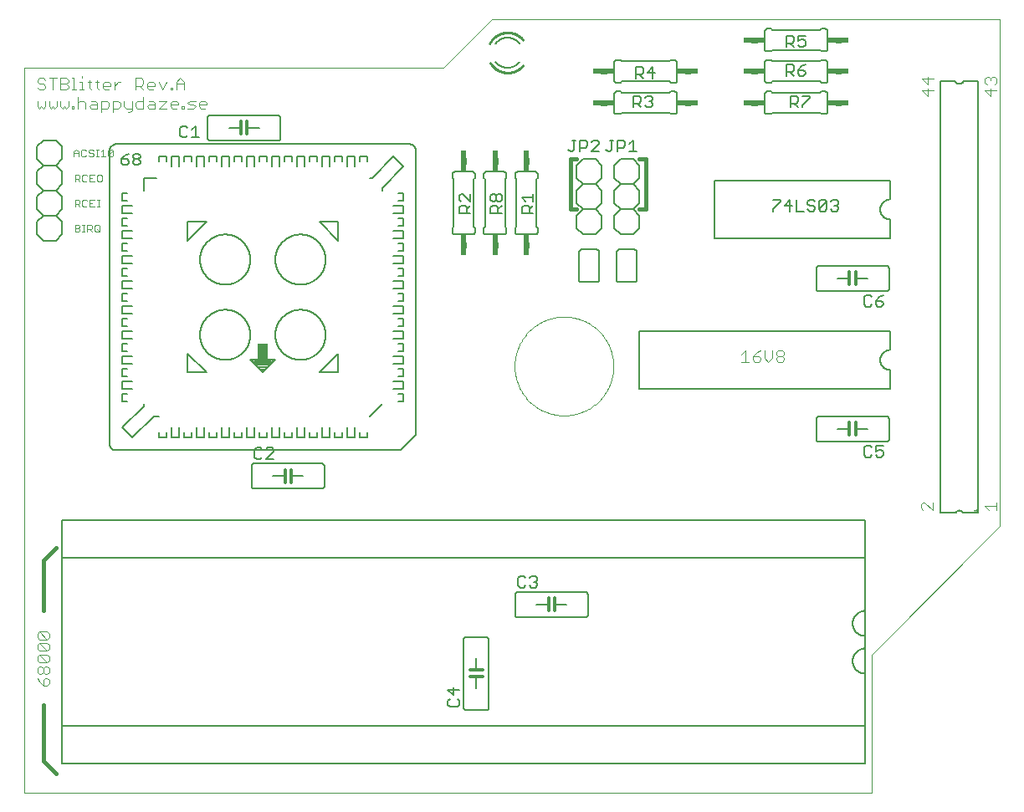
<source format=gto>
G04 EAGLE Gerber RS-274X export*
G75*
%MOMM*%
%FSLAX34Y34*%
%LPD*%
%INSilk top*%
%IPPOS*%
%AMOC8*
5,1,8,0,0,1.08239X$1,22.5*%
G01*
%ADD10C,0.000000*%
%ADD11C,0.406400*%
%ADD12C,0.101600*%
%ADD13C,0.152400*%
%ADD14C,0.127000*%
%ADD15R,1.016000X1.905000*%
%ADD16R,1.778000X0.381000*%
%ADD17R,1.270000X0.254000*%
%ADD18R,0.762000X0.254000*%
%ADD19R,0.254000X0.254000*%
%ADD20R,0.254000X0.127000*%
%ADD21R,0.127000X0.127000*%
%ADD22C,0.076200*%
%ADD23C,0.203200*%
%ADD24C,0.025400*%
%ADD25C,0.609600*%
%ADD26R,0.609600X0.863600*%
%ADD27R,0.863600X0.609600*%
%ADD28C,0.254000*%
%ADD29C,0.304800*%


D10*
X0Y0D02*
X857300Y0D01*
X857300Y139750D01*
X987300Y269850D01*
X987300Y782850D01*
X473000Y782850D01*
X423800Y733650D01*
X0Y733650D01*
X0Y0D01*
D11*
X552450Y590550D02*
X558800Y590550D01*
X552450Y590550D02*
X552450Y641350D01*
X558800Y641350D01*
X622300Y590550D02*
X628650Y590550D01*
X628650Y641350D01*
X622300Y641350D01*
D12*
X13208Y694607D02*
X13208Y700454D01*
X13208Y694607D02*
X15157Y692658D01*
X17106Y694607D01*
X19055Y692658D01*
X21004Y694607D01*
X21004Y700454D01*
X24902Y700454D02*
X24902Y694607D01*
X26851Y692658D01*
X28800Y694607D01*
X30749Y692658D01*
X32698Y694607D01*
X32698Y700454D01*
X36596Y700454D02*
X36596Y694607D01*
X38545Y692658D01*
X40494Y694607D01*
X42443Y692658D01*
X44392Y694607D01*
X44392Y700454D01*
X48290Y694607D02*
X48290Y692658D01*
X48290Y694607D02*
X50239Y694607D01*
X50239Y692658D01*
X48290Y692658D01*
X54137Y692658D02*
X54137Y704352D01*
X56086Y700454D02*
X54137Y698505D01*
X56086Y700454D02*
X59984Y700454D01*
X61933Y698505D01*
X61933Y692658D01*
X67780Y700454D02*
X71678Y700454D01*
X73627Y698505D01*
X73627Y692658D01*
X67780Y692658D01*
X65831Y694607D01*
X67780Y696556D01*
X73627Y696556D01*
X77525Y700454D02*
X77525Y688760D01*
X77525Y700454D02*
X83372Y700454D01*
X85321Y698505D01*
X85321Y694607D01*
X83372Y692658D01*
X77525Y692658D01*
X89219Y688760D02*
X89219Y700454D01*
X95066Y700454D01*
X97015Y698505D01*
X97015Y694607D01*
X95066Y692658D01*
X89219Y692658D01*
X100913Y694607D02*
X100913Y700454D01*
X100913Y694607D02*
X102862Y692658D01*
X108709Y692658D01*
X108709Y690709D02*
X108709Y700454D01*
X108709Y690709D02*
X106760Y688760D01*
X104811Y688760D01*
X120403Y692658D02*
X120403Y704352D01*
X120403Y692658D02*
X114556Y692658D01*
X112607Y694607D01*
X112607Y698505D01*
X114556Y700454D01*
X120403Y700454D01*
X126250Y700454D02*
X130148Y700454D01*
X132097Y698505D01*
X132097Y692658D01*
X126250Y692658D01*
X124301Y694607D01*
X126250Y696556D01*
X132097Y696556D01*
X135995Y700454D02*
X143791Y700454D01*
X135995Y692658D01*
X143791Y692658D01*
X149638Y692658D02*
X153536Y692658D01*
X149638Y692658D02*
X147689Y694607D01*
X147689Y698505D01*
X149638Y700454D01*
X153536Y700454D01*
X155485Y698505D01*
X155485Y696556D01*
X147689Y696556D01*
X159383Y694607D02*
X159383Y692658D01*
X159383Y694607D02*
X161332Y694607D01*
X161332Y692658D01*
X159383Y692658D01*
X165230Y692658D02*
X171077Y692658D01*
X173026Y694607D01*
X171077Y696556D01*
X167179Y696556D01*
X165230Y698505D01*
X167179Y700454D01*
X173026Y700454D01*
X178873Y692658D02*
X182771Y692658D01*
X178873Y692658D02*
X176924Y694607D01*
X176924Y698505D01*
X178873Y700454D01*
X182771Y700454D01*
X184720Y698505D01*
X184720Y696556D01*
X176924Y696556D01*
D10*
X496100Y431800D02*
X496115Y433027D01*
X496160Y434253D01*
X496235Y435478D01*
X496341Y436701D01*
X496476Y437921D01*
X496641Y439137D01*
X496836Y440348D01*
X497061Y441555D01*
X497315Y442755D01*
X497598Y443949D01*
X497911Y445136D01*
X498253Y446314D01*
X498624Y447484D01*
X499023Y448644D01*
X499450Y449795D01*
X499906Y450934D01*
X500390Y452062D01*
X500901Y453178D01*
X501439Y454281D01*
X502004Y455370D01*
X502596Y456445D01*
X503214Y457505D01*
X503857Y458550D01*
X504527Y459579D01*
X505221Y460590D01*
X505940Y461585D01*
X506683Y462562D01*
X507449Y463520D01*
X508240Y464459D01*
X509052Y465378D01*
X509888Y466277D01*
X510745Y467155D01*
X511623Y468012D01*
X512522Y468848D01*
X513441Y469660D01*
X514380Y470451D01*
X515338Y471217D01*
X516315Y471960D01*
X517310Y472679D01*
X518321Y473373D01*
X519350Y474043D01*
X520395Y474686D01*
X521455Y475304D01*
X522530Y475896D01*
X523619Y476461D01*
X524722Y476999D01*
X525838Y477510D01*
X526966Y477994D01*
X528105Y478450D01*
X529256Y478877D01*
X530416Y479276D01*
X531586Y479647D01*
X532764Y479989D01*
X533951Y480302D01*
X535145Y480585D01*
X536345Y480839D01*
X537552Y481064D01*
X538763Y481259D01*
X539979Y481424D01*
X541199Y481559D01*
X542422Y481665D01*
X543647Y481740D01*
X544873Y481785D01*
X546100Y481800D01*
X547327Y481785D01*
X548553Y481740D01*
X549778Y481665D01*
X551001Y481559D01*
X552221Y481424D01*
X553437Y481259D01*
X554648Y481064D01*
X555855Y480839D01*
X557055Y480585D01*
X558249Y480302D01*
X559436Y479989D01*
X560614Y479647D01*
X561784Y479276D01*
X562944Y478877D01*
X564095Y478450D01*
X565234Y477994D01*
X566362Y477510D01*
X567478Y476999D01*
X568581Y476461D01*
X569670Y475896D01*
X570745Y475304D01*
X571805Y474686D01*
X572850Y474043D01*
X573879Y473373D01*
X574890Y472679D01*
X575885Y471960D01*
X576862Y471217D01*
X577820Y470451D01*
X578759Y469660D01*
X579678Y468848D01*
X580577Y468012D01*
X581455Y467155D01*
X582312Y466277D01*
X583148Y465378D01*
X583960Y464459D01*
X584751Y463520D01*
X585517Y462562D01*
X586260Y461585D01*
X586979Y460590D01*
X587673Y459579D01*
X588343Y458550D01*
X588986Y457505D01*
X589604Y456445D01*
X590196Y455370D01*
X590761Y454281D01*
X591299Y453178D01*
X591810Y452062D01*
X592294Y450934D01*
X592750Y449795D01*
X593177Y448644D01*
X593576Y447484D01*
X593947Y446314D01*
X594289Y445136D01*
X594602Y443949D01*
X594885Y442755D01*
X595139Y441555D01*
X595364Y440348D01*
X595559Y439137D01*
X595724Y437921D01*
X595859Y436701D01*
X595965Y435478D01*
X596040Y434253D01*
X596085Y433027D01*
X596100Y431800D01*
X596085Y430573D01*
X596040Y429347D01*
X595965Y428122D01*
X595859Y426899D01*
X595724Y425679D01*
X595559Y424463D01*
X595364Y423252D01*
X595139Y422045D01*
X594885Y420845D01*
X594602Y419651D01*
X594289Y418464D01*
X593947Y417286D01*
X593576Y416116D01*
X593177Y414956D01*
X592750Y413805D01*
X592294Y412666D01*
X591810Y411538D01*
X591299Y410422D01*
X590761Y409319D01*
X590196Y408230D01*
X589604Y407155D01*
X588986Y406095D01*
X588343Y405050D01*
X587673Y404021D01*
X586979Y403010D01*
X586260Y402015D01*
X585517Y401038D01*
X584751Y400080D01*
X583960Y399141D01*
X583148Y398222D01*
X582312Y397323D01*
X581455Y396445D01*
X580577Y395588D01*
X579678Y394752D01*
X578759Y393940D01*
X577820Y393149D01*
X576862Y392383D01*
X575885Y391640D01*
X574890Y390921D01*
X573879Y390227D01*
X572850Y389557D01*
X571805Y388914D01*
X570745Y388296D01*
X569670Y387704D01*
X568581Y387139D01*
X567478Y386601D01*
X566362Y386090D01*
X565234Y385606D01*
X564095Y385150D01*
X562944Y384723D01*
X561784Y384324D01*
X560614Y383953D01*
X559436Y383611D01*
X558249Y383298D01*
X557055Y383015D01*
X555855Y382761D01*
X554648Y382536D01*
X553437Y382341D01*
X552221Y382176D01*
X551001Y382041D01*
X549778Y381935D01*
X548553Y381860D01*
X547327Y381815D01*
X546100Y381800D01*
X544873Y381815D01*
X543647Y381860D01*
X542422Y381935D01*
X541199Y382041D01*
X539979Y382176D01*
X538763Y382341D01*
X537552Y382536D01*
X536345Y382761D01*
X535145Y383015D01*
X533951Y383298D01*
X532764Y383611D01*
X531586Y383953D01*
X530416Y384324D01*
X529256Y384723D01*
X528105Y385150D01*
X526966Y385606D01*
X525838Y386090D01*
X524722Y386601D01*
X523619Y387139D01*
X522530Y387704D01*
X521455Y388296D01*
X520395Y388914D01*
X519350Y389557D01*
X518321Y390227D01*
X517310Y390921D01*
X516315Y391640D01*
X515338Y392383D01*
X514380Y393149D01*
X513441Y393940D01*
X512522Y394752D01*
X511623Y395588D01*
X510745Y396445D01*
X509888Y397323D01*
X509052Y398222D01*
X508240Y399141D01*
X507449Y400080D01*
X506683Y401038D01*
X505940Y402015D01*
X505221Y403010D01*
X504527Y404021D01*
X503857Y405050D01*
X503214Y406095D01*
X502596Y407155D01*
X502004Y408230D01*
X501439Y409319D01*
X500901Y410422D01*
X500390Y411538D01*
X499906Y412666D01*
X499450Y413805D01*
X499023Y414956D01*
X498624Y416116D01*
X498253Y417286D01*
X497911Y418464D01*
X497598Y419651D01*
X497315Y420845D01*
X497061Y422045D01*
X496836Y423252D01*
X496641Y424463D01*
X496476Y425679D01*
X496341Y426899D01*
X496235Y428122D01*
X496160Y429347D01*
X496115Y430573D01*
X496100Y431800D01*
D12*
X21004Y721453D02*
X19055Y723402D01*
X15157Y723402D01*
X13208Y721453D01*
X13208Y719504D01*
X15157Y717555D01*
X19055Y717555D01*
X21004Y715606D01*
X21004Y713657D01*
X19055Y711708D01*
X15157Y711708D01*
X13208Y713657D01*
X28800Y711708D02*
X28800Y723402D01*
X24902Y723402D02*
X32698Y723402D01*
X36596Y723402D02*
X36596Y711708D01*
X36596Y723402D02*
X42443Y723402D01*
X44392Y721453D01*
X44392Y719504D01*
X42443Y717555D01*
X44392Y715606D01*
X44392Y713657D01*
X42443Y711708D01*
X36596Y711708D01*
X36596Y717555D02*
X42443Y717555D01*
X48290Y723402D02*
X50239Y723402D01*
X50239Y711708D01*
X48290Y711708D02*
X52188Y711708D01*
X56086Y719504D02*
X58035Y719504D01*
X58035Y711708D01*
X56086Y711708D02*
X59984Y711708D01*
X58035Y723402D02*
X58035Y725351D01*
X65831Y721453D02*
X65831Y713657D01*
X67780Y711708D01*
X67780Y719504D02*
X63882Y719504D01*
X73627Y721453D02*
X73627Y713657D01*
X75576Y711708D01*
X75576Y719504D02*
X71678Y719504D01*
X81423Y711708D02*
X85321Y711708D01*
X81423Y711708D02*
X79474Y713657D01*
X79474Y717555D01*
X81423Y719504D01*
X85321Y719504D01*
X87270Y717555D01*
X87270Y715606D01*
X79474Y715606D01*
X91168Y711708D02*
X91168Y719504D01*
X91168Y715606D02*
X95066Y719504D01*
X97015Y719504D01*
X112607Y723402D02*
X112607Y711708D01*
X112607Y723402D02*
X118454Y723402D01*
X120403Y721453D01*
X120403Y717555D01*
X118454Y715606D01*
X112607Y715606D01*
X116505Y715606D02*
X120403Y711708D01*
X126250Y711708D02*
X130148Y711708D01*
X126250Y711708D02*
X124301Y713657D01*
X124301Y717555D01*
X126250Y719504D01*
X130148Y719504D01*
X132097Y717555D01*
X132097Y715606D01*
X124301Y715606D01*
X135995Y719504D02*
X139893Y711708D01*
X143791Y719504D01*
X147689Y713657D02*
X147689Y711708D01*
X147689Y713657D02*
X149638Y713657D01*
X149638Y711708D01*
X147689Y711708D01*
X153536Y711708D02*
X153536Y719504D01*
X157434Y723402D01*
X161332Y719504D01*
X161332Y711708D01*
X161332Y717555D02*
X153536Y717555D01*
D11*
X19050Y31750D02*
X31750Y19050D01*
X19050Y234950D02*
X31750Y247650D01*
D12*
X13198Y116254D02*
X15147Y112356D01*
X19045Y108458D01*
X22943Y108458D01*
X24892Y110407D01*
X24892Y114305D01*
X22943Y116254D01*
X20994Y116254D01*
X19045Y114305D01*
X19045Y108458D01*
X15147Y120152D02*
X13198Y122101D01*
X13198Y125999D01*
X15147Y127948D01*
X17096Y127948D01*
X19045Y125999D01*
X20994Y127948D01*
X22943Y127948D01*
X24892Y125999D01*
X24892Y122101D01*
X22943Y120152D01*
X20994Y120152D01*
X19045Y122101D01*
X17096Y120152D01*
X15147Y120152D01*
X19045Y122101D02*
X19045Y125999D01*
X22943Y131846D02*
X15147Y131846D01*
X13198Y133795D01*
X13198Y137693D01*
X15147Y139642D01*
X22943Y139642D01*
X24892Y137693D01*
X24892Y133795D01*
X22943Y131846D01*
X15147Y139642D01*
X15147Y143540D02*
X22943Y143540D01*
X15147Y143540D02*
X13198Y145489D01*
X13198Y149387D01*
X15147Y151336D01*
X22943Y151336D01*
X24892Y149387D01*
X24892Y145489D01*
X22943Y143540D01*
X15147Y151336D01*
X15147Y155234D02*
X22943Y155234D01*
X15147Y155234D02*
X13198Y157183D01*
X13198Y161081D01*
X15147Y163030D01*
X22943Y163030D01*
X24892Y161081D01*
X24892Y157183D01*
X22943Y155234D01*
X15147Y163030D01*
D11*
X19050Y184150D02*
X19050Y234950D01*
X19050Y88900D02*
X19050Y31750D01*
D13*
X381000Y346710D02*
X396240Y361950D01*
X396240Y650240D01*
X361950Y393700D02*
X349250Y381000D01*
X351790Y622300D02*
X373380Y643890D01*
X383540Y633730D01*
X361950Y612140D01*
X351790Y622300D02*
X349250Y622300D01*
X283210Y633730D02*
X283210Y643890D01*
X275590Y643890D01*
X275590Y633730D01*
X257810Y633730D02*
X257810Y643890D01*
X250190Y643890D01*
X250190Y633730D01*
X232410Y633730D02*
X232410Y643890D01*
X224790Y643890D01*
X224790Y633730D01*
X120650Y391160D02*
X99060Y369570D01*
X109220Y359410D01*
X130810Y381000D01*
X120650Y391160D02*
X120650Y393700D01*
X109220Y459740D02*
X99060Y459740D01*
X99060Y467360D01*
X109220Y467360D01*
X109220Y510540D02*
X99060Y510540D01*
X99060Y518160D01*
X109220Y518160D01*
X361950Y609600D02*
X361950Y612140D01*
X199390Y369570D02*
X199390Y359410D01*
X207010Y359410D01*
X207010Y369570D01*
X109220Y485140D02*
X99060Y485140D01*
X99060Y492760D01*
X109220Y492760D01*
X373380Y543560D02*
X383540Y543560D01*
X383540Y535940D01*
X373380Y535940D01*
X373380Y518160D02*
X383540Y518160D01*
X383540Y510540D01*
X373380Y510540D01*
X373380Y492760D02*
X383540Y492760D01*
X383540Y485140D01*
X373380Y485140D01*
X135890Y381000D02*
X130810Y381000D01*
X224790Y369570D02*
X224790Y359410D01*
X232410Y359410D01*
X232410Y369570D01*
X250190Y369570D02*
X250190Y359410D01*
X257810Y359410D01*
X257810Y369570D01*
X207010Y633730D02*
X207010Y643890D01*
X199390Y643890D01*
X199390Y633730D01*
X275590Y369570D02*
X275590Y359410D01*
X283210Y359410D01*
X283210Y369570D01*
X373380Y459740D02*
X383540Y459740D01*
X383540Y467360D01*
X373380Y467360D01*
X109220Y543560D02*
X99060Y543560D01*
X99060Y535940D01*
X109220Y535940D01*
X120650Y622300D02*
X133350Y622300D01*
X120650Y622300D02*
X120650Y609600D01*
X109220Y568960D02*
X99060Y568960D01*
X99060Y561340D01*
X109220Y561340D01*
X109220Y441960D02*
X99060Y441960D01*
X99060Y434340D01*
X109220Y434340D01*
X173990Y369570D02*
X173990Y359410D01*
X181610Y359410D01*
X181610Y369570D01*
X300990Y369570D02*
X300990Y359410D01*
X308610Y359410D01*
X308610Y369570D01*
X373380Y434340D02*
X383540Y434340D01*
X383540Y441960D01*
X373380Y441960D01*
X181610Y633730D02*
X181610Y643890D01*
X173990Y643890D01*
X173990Y633730D01*
X308610Y633730D02*
X308610Y643890D01*
X300990Y643890D01*
X300990Y633730D01*
X373380Y561340D02*
X383540Y561340D01*
X383540Y568960D01*
X373380Y568960D01*
X109220Y416560D02*
X99060Y416560D01*
X99060Y408940D01*
X109220Y408940D01*
X148590Y369570D02*
X148590Y359410D01*
X156210Y359410D01*
X156210Y369570D01*
X326390Y369570D02*
X326390Y359410D01*
X334010Y359410D01*
X334010Y369570D01*
X109220Y594360D02*
X99060Y594360D01*
X99060Y586740D01*
X109220Y586740D01*
X334010Y633730D02*
X334010Y643890D01*
X326390Y643890D01*
X326390Y633730D01*
X156210Y633730D02*
X156210Y643890D01*
X148590Y643890D01*
X148590Y633730D01*
X373380Y586740D02*
X383540Y586740D01*
X383540Y594360D01*
X373380Y594360D01*
X373380Y408940D02*
X383540Y408940D01*
X383540Y416560D01*
X373380Y416560D01*
X317500Y577850D02*
X298450Y577850D01*
X317500Y577850D02*
X317500Y558800D01*
X298450Y577850D01*
X184150Y577850D02*
X165100Y577850D01*
X165100Y558800D01*
X184150Y577850D01*
X317500Y444500D02*
X317500Y425450D01*
X298450Y425450D01*
X317500Y444500D01*
X184150Y425450D02*
X165100Y425450D01*
X165100Y444500D01*
X184150Y425450D01*
X346710Y638810D02*
X346710Y643890D01*
X339090Y643890D01*
X339090Y638810D01*
X295910Y638810D02*
X295910Y643890D01*
X288290Y643890D01*
X288290Y638810D01*
X270510Y638810D02*
X270510Y643890D01*
X262890Y643890D01*
X262890Y638810D01*
X245110Y638810D02*
X245110Y643890D01*
X237490Y643890D01*
X237490Y638810D01*
X104140Y396240D02*
X99060Y396240D01*
X99060Y403860D01*
X104140Y403860D01*
X104140Y447040D02*
X99060Y447040D01*
X99060Y454660D01*
X104140Y454660D01*
X104140Y472440D02*
X99060Y472440D01*
X99060Y480060D01*
X104140Y480060D01*
X104140Y497840D02*
X99060Y497840D01*
X99060Y505460D01*
X104140Y505460D01*
X378460Y607060D02*
X383540Y607060D01*
X383540Y599440D01*
X378460Y599440D01*
X378460Y556260D02*
X383540Y556260D01*
X383540Y548640D01*
X378460Y548640D01*
X378460Y530860D02*
X383540Y530860D01*
X383540Y523240D01*
X378460Y523240D01*
X378460Y505460D02*
X383540Y505460D01*
X383540Y497840D01*
X378460Y497840D01*
X135890Y364490D02*
X135890Y359410D01*
X143510Y359410D01*
X143510Y364490D01*
X186690Y364490D02*
X186690Y359410D01*
X194310Y359410D01*
X194310Y364490D01*
X212090Y364490D02*
X212090Y359410D01*
X219710Y359410D01*
X219710Y364490D01*
X237490Y364490D02*
X237490Y359410D01*
X245110Y359410D01*
X245110Y364490D01*
X262890Y364490D02*
X262890Y359410D01*
X270510Y359410D01*
X270510Y364490D01*
X288290Y364490D02*
X288290Y359410D01*
X295910Y359410D01*
X295910Y364490D01*
X339090Y364490D02*
X339090Y359410D01*
X346710Y359410D01*
X346710Y364490D01*
X219710Y638810D02*
X219710Y643890D01*
X212090Y643890D01*
X212090Y638810D01*
X194310Y638810D02*
X194310Y643890D01*
X186690Y643890D01*
X186690Y638810D01*
X143510Y638810D02*
X143510Y643890D01*
X135890Y643890D01*
X135890Y638810D01*
X378460Y396240D02*
X383540Y396240D01*
X383540Y403860D01*
X378460Y403860D01*
X378460Y447040D02*
X383540Y447040D01*
X383540Y454660D01*
X378460Y454660D01*
X378460Y472440D02*
X383540Y472440D01*
X383540Y480060D01*
X378460Y480060D01*
X104140Y607060D02*
X99060Y607060D01*
X99060Y599440D01*
X104140Y599440D01*
X104140Y556260D02*
X99060Y556260D01*
X99060Y548640D01*
X104140Y548640D01*
X104140Y530860D02*
X99060Y530860D01*
X99060Y523240D01*
X104140Y523240D01*
X104140Y429260D02*
X99060Y429260D01*
X99060Y421640D01*
X104140Y421640D01*
X168910Y364490D02*
X168910Y359410D01*
X161290Y359410D01*
X161290Y364490D01*
X313690Y364490D02*
X313690Y359410D01*
X321310Y359410D01*
X321310Y364490D01*
X104140Y574040D02*
X99060Y574040D01*
X99060Y581660D01*
X104140Y581660D01*
X168910Y638810D02*
X168910Y643890D01*
X161290Y643890D01*
X161290Y638810D01*
X313690Y638810D02*
X313690Y643890D01*
X321310Y643890D01*
X321310Y638810D01*
X378460Y574040D02*
X383540Y574040D01*
X383540Y581660D01*
X378460Y581660D01*
X378460Y429260D02*
X383540Y429260D01*
X383540Y421640D01*
X378460Y421640D01*
X396240Y650240D02*
X396238Y650398D01*
X396232Y650557D01*
X396222Y650715D01*
X396208Y650872D01*
X396191Y651030D01*
X396169Y651186D01*
X396144Y651343D01*
X396114Y651498D01*
X396081Y651653D01*
X396044Y651807D01*
X396003Y651960D01*
X395958Y652112D01*
X395909Y652262D01*
X395857Y652412D01*
X395801Y652560D01*
X395741Y652707D01*
X395678Y652852D01*
X395611Y652995D01*
X395541Y653137D01*
X395467Y653277D01*
X395389Y653415D01*
X395308Y653551D01*
X395224Y653685D01*
X395137Y653817D01*
X395046Y653947D01*
X394952Y654074D01*
X394855Y654199D01*
X394754Y654322D01*
X394651Y654442D01*
X394545Y654559D01*
X394436Y654674D01*
X394324Y654786D01*
X394209Y654895D01*
X394092Y655001D01*
X393972Y655104D01*
X393849Y655205D01*
X393724Y655302D01*
X393597Y655396D01*
X393467Y655487D01*
X393335Y655574D01*
X393201Y655658D01*
X393065Y655739D01*
X392927Y655817D01*
X392787Y655891D01*
X392645Y655961D01*
X392502Y656028D01*
X392357Y656091D01*
X392210Y656151D01*
X392062Y656207D01*
X391912Y656259D01*
X391762Y656308D01*
X391610Y656353D01*
X391457Y656394D01*
X391303Y656431D01*
X391148Y656464D01*
X390993Y656494D01*
X390836Y656519D01*
X390680Y656541D01*
X390522Y656558D01*
X390365Y656572D01*
X390207Y656582D01*
X390048Y656588D01*
X389890Y656590D01*
X92710Y656590D01*
X92552Y656588D01*
X92393Y656582D01*
X92235Y656572D01*
X92078Y656558D01*
X91920Y656541D01*
X91764Y656519D01*
X91607Y656494D01*
X91452Y656464D01*
X91297Y656431D01*
X91143Y656394D01*
X90990Y656353D01*
X90838Y656308D01*
X90688Y656259D01*
X90538Y656207D01*
X90390Y656151D01*
X90243Y656091D01*
X90098Y656028D01*
X89955Y655961D01*
X89813Y655891D01*
X89673Y655817D01*
X89535Y655739D01*
X89399Y655658D01*
X89265Y655574D01*
X89133Y655487D01*
X89003Y655396D01*
X88876Y655302D01*
X88751Y655205D01*
X88628Y655104D01*
X88508Y655001D01*
X88391Y654895D01*
X88276Y654786D01*
X88164Y654674D01*
X88055Y654559D01*
X87949Y654442D01*
X87846Y654322D01*
X87745Y654199D01*
X87648Y654074D01*
X87554Y653947D01*
X87463Y653817D01*
X87376Y653685D01*
X87292Y653551D01*
X87211Y653415D01*
X87133Y653277D01*
X87059Y653137D01*
X86989Y652995D01*
X86922Y652852D01*
X86859Y652707D01*
X86799Y652560D01*
X86743Y652412D01*
X86691Y652262D01*
X86642Y652112D01*
X86597Y651960D01*
X86556Y651807D01*
X86519Y651653D01*
X86486Y651498D01*
X86456Y651343D01*
X86431Y651186D01*
X86409Y651030D01*
X86392Y650872D01*
X86378Y650715D01*
X86368Y650557D01*
X86362Y650398D01*
X86360Y650240D01*
X92710Y346710D02*
X381000Y346710D01*
X86360Y353060D02*
X86360Y650240D01*
X86360Y353060D02*
X86362Y352902D01*
X86368Y352743D01*
X86378Y352585D01*
X86392Y352428D01*
X86409Y352270D01*
X86431Y352114D01*
X86456Y351957D01*
X86486Y351802D01*
X86519Y351647D01*
X86556Y351493D01*
X86597Y351340D01*
X86642Y351188D01*
X86691Y351038D01*
X86743Y350888D01*
X86799Y350740D01*
X86859Y350593D01*
X86922Y350448D01*
X86989Y350305D01*
X87059Y350163D01*
X87133Y350023D01*
X87211Y349885D01*
X87292Y349749D01*
X87376Y349615D01*
X87463Y349483D01*
X87554Y349353D01*
X87648Y349226D01*
X87745Y349101D01*
X87846Y348978D01*
X87949Y348858D01*
X88055Y348741D01*
X88164Y348626D01*
X88276Y348514D01*
X88391Y348405D01*
X88508Y348299D01*
X88628Y348196D01*
X88751Y348095D01*
X88876Y347998D01*
X89003Y347904D01*
X89133Y347813D01*
X89265Y347726D01*
X89399Y347642D01*
X89535Y347561D01*
X89673Y347483D01*
X89813Y347409D01*
X89955Y347339D01*
X90098Y347272D01*
X90243Y347209D01*
X90390Y347149D01*
X90538Y347093D01*
X90688Y347041D01*
X90838Y346992D01*
X90990Y346947D01*
X91143Y346906D01*
X91297Y346869D01*
X91452Y346836D01*
X91607Y346806D01*
X91764Y346781D01*
X91920Y346759D01*
X92078Y346742D01*
X92235Y346728D01*
X92393Y346718D01*
X92552Y346712D01*
X92710Y346710D01*
X228600Y438150D02*
X254000Y438150D01*
X241300Y425450D02*
X228600Y438150D01*
X241300Y425450D02*
X254000Y438150D01*
X177800Y463550D02*
X177808Y464173D01*
X177831Y464796D01*
X177869Y465419D01*
X177922Y466040D01*
X177991Y466659D01*
X178075Y467277D01*
X178174Y467892D01*
X178288Y468505D01*
X178417Y469115D01*
X178561Y469722D01*
X178720Y470325D01*
X178894Y470923D01*
X179082Y471518D01*
X179285Y472107D01*
X179502Y472691D01*
X179733Y473270D01*
X179979Y473843D01*
X180239Y474410D01*
X180512Y474970D01*
X180799Y475523D01*
X181100Y476070D01*
X181414Y476608D01*
X181741Y477139D01*
X182081Y477661D01*
X182433Y478176D01*
X182799Y478681D01*
X183176Y479177D01*
X183566Y479664D01*
X183967Y480141D01*
X184380Y480608D01*
X184804Y481064D01*
X185239Y481511D01*
X185686Y481946D01*
X186142Y482370D01*
X186609Y482783D01*
X187086Y483184D01*
X187573Y483574D01*
X188069Y483951D01*
X188574Y484317D01*
X189089Y484669D01*
X189611Y485009D01*
X190142Y485336D01*
X190680Y485650D01*
X191227Y485951D01*
X191780Y486238D01*
X192340Y486511D01*
X192907Y486771D01*
X193480Y487017D01*
X194059Y487248D01*
X194643Y487465D01*
X195232Y487668D01*
X195827Y487856D01*
X196425Y488030D01*
X197028Y488189D01*
X197635Y488333D01*
X198245Y488462D01*
X198858Y488576D01*
X199473Y488675D01*
X200091Y488759D01*
X200710Y488828D01*
X201331Y488881D01*
X201954Y488919D01*
X202577Y488942D01*
X203200Y488950D01*
X203823Y488942D01*
X204446Y488919D01*
X205069Y488881D01*
X205690Y488828D01*
X206309Y488759D01*
X206927Y488675D01*
X207542Y488576D01*
X208155Y488462D01*
X208765Y488333D01*
X209372Y488189D01*
X209975Y488030D01*
X210573Y487856D01*
X211168Y487668D01*
X211757Y487465D01*
X212341Y487248D01*
X212920Y487017D01*
X213493Y486771D01*
X214060Y486511D01*
X214620Y486238D01*
X215173Y485951D01*
X215720Y485650D01*
X216258Y485336D01*
X216789Y485009D01*
X217311Y484669D01*
X217826Y484317D01*
X218331Y483951D01*
X218827Y483574D01*
X219314Y483184D01*
X219791Y482783D01*
X220258Y482370D01*
X220714Y481946D01*
X221161Y481511D01*
X221596Y481064D01*
X222020Y480608D01*
X222433Y480141D01*
X222834Y479664D01*
X223224Y479177D01*
X223601Y478681D01*
X223967Y478176D01*
X224319Y477661D01*
X224659Y477139D01*
X224986Y476608D01*
X225300Y476070D01*
X225601Y475523D01*
X225888Y474970D01*
X226161Y474410D01*
X226421Y473843D01*
X226667Y473270D01*
X226898Y472691D01*
X227115Y472107D01*
X227318Y471518D01*
X227506Y470923D01*
X227680Y470325D01*
X227839Y469722D01*
X227983Y469115D01*
X228112Y468505D01*
X228226Y467892D01*
X228325Y467277D01*
X228409Y466659D01*
X228478Y466040D01*
X228531Y465419D01*
X228569Y464796D01*
X228592Y464173D01*
X228600Y463550D01*
X228592Y462927D01*
X228569Y462304D01*
X228531Y461681D01*
X228478Y461060D01*
X228409Y460441D01*
X228325Y459823D01*
X228226Y459208D01*
X228112Y458595D01*
X227983Y457985D01*
X227839Y457378D01*
X227680Y456775D01*
X227506Y456177D01*
X227318Y455582D01*
X227115Y454993D01*
X226898Y454409D01*
X226667Y453830D01*
X226421Y453257D01*
X226161Y452690D01*
X225888Y452130D01*
X225601Y451577D01*
X225300Y451030D01*
X224986Y450492D01*
X224659Y449961D01*
X224319Y449439D01*
X223967Y448924D01*
X223601Y448419D01*
X223224Y447923D01*
X222834Y447436D01*
X222433Y446959D01*
X222020Y446492D01*
X221596Y446036D01*
X221161Y445589D01*
X220714Y445154D01*
X220258Y444730D01*
X219791Y444317D01*
X219314Y443916D01*
X218827Y443526D01*
X218331Y443149D01*
X217826Y442783D01*
X217311Y442431D01*
X216789Y442091D01*
X216258Y441764D01*
X215720Y441450D01*
X215173Y441149D01*
X214620Y440862D01*
X214060Y440589D01*
X213493Y440329D01*
X212920Y440083D01*
X212341Y439852D01*
X211757Y439635D01*
X211168Y439432D01*
X210573Y439244D01*
X209975Y439070D01*
X209372Y438911D01*
X208765Y438767D01*
X208155Y438638D01*
X207542Y438524D01*
X206927Y438425D01*
X206309Y438341D01*
X205690Y438272D01*
X205069Y438219D01*
X204446Y438181D01*
X203823Y438158D01*
X203200Y438150D01*
X202577Y438158D01*
X201954Y438181D01*
X201331Y438219D01*
X200710Y438272D01*
X200091Y438341D01*
X199473Y438425D01*
X198858Y438524D01*
X198245Y438638D01*
X197635Y438767D01*
X197028Y438911D01*
X196425Y439070D01*
X195827Y439244D01*
X195232Y439432D01*
X194643Y439635D01*
X194059Y439852D01*
X193480Y440083D01*
X192907Y440329D01*
X192340Y440589D01*
X191780Y440862D01*
X191227Y441149D01*
X190680Y441450D01*
X190142Y441764D01*
X189611Y442091D01*
X189089Y442431D01*
X188574Y442783D01*
X188069Y443149D01*
X187573Y443526D01*
X187086Y443916D01*
X186609Y444317D01*
X186142Y444730D01*
X185686Y445154D01*
X185239Y445589D01*
X184804Y446036D01*
X184380Y446492D01*
X183967Y446959D01*
X183566Y447436D01*
X183176Y447923D01*
X182799Y448419D01*
X182433Y448924D01*
X182081Y449439D01*
X181741Y449961D01*
X181414Y450492D01*
X181100Y451030D01*
X180799Y451577D01*
X180512Y452130D01*
X180239Y452690D01*
X179979Y453257D01*
X179733Y453830D01*
X179502Y454409D01*
X179285Y454993D01*
X179082Y455582D01*
X178894Y456177D01*
X178720Y456775D01*
X178561Y457378D01*
X178417Y457985D01*
X178288Y458595D01*
X178174Y459208D01*
X178075Y459823D01*
X177991Y460441D01*
X177922Y461060D01*
X177869Y461681D01*
X177831Y462304D01*
X177808Y462927D01*
X177800Y463550D01*
X254000Y463550D02*
X254008Y464173D01*
X254031Y464796D01*
X254069Y465419D01*
X254122Y466040D01*
X254191Y466659D01*
X254275Y467277D01*
X254374Y467892D01*
X254488Y468505D01*
X254617Y469115D01*
X254761Y469722D01*
X254920Y470325D01*
X255094Y470923D01*
X255282Y471518D01*
X255485Y472107D01*
X255702Y472691D01*
X255933Y473270D01*
X256179Y473843D01*
X256439Y474410D01*
X256712Y474970D01*
X256999Y475523D01*
X257300Y476070D01*
X257614Y476608D01*
X257941Y477139D01*
X258281Y477661D01*
X258633Y478176D01*
X258999Y478681D01*
X259376Y479177D01*
X259766Y479664D01*
X260167Y480141D01*
X260580Y480608D01*
X261004Y481064D01*
X261439Y481511D01*
X261886Y481946D01*
X262342Y482370D01*
X262809Y482783D01*
X263286Y483184D01*
X263773Y483574D01*
X264269Y483951D01*
X264774Y484317D01*
X265289Y484669D01*
X265811Y485009D01*
X266342Y485336D01*
X266880Y485650D01*
X267427Y485951D01*
X267980Y486238D01*
X268540Y486511D01*
X269107Y486771D01*
X269680Y487017D01*
X270259Y487248D01*
X270843Y487465D01*
X271432Y487668D01*
X272027Y487856D01*
X272625Y488030D01*
X273228Y488189D01*
X273835Y488333D01*
X274445Y488462D01*
X275058Y488576D01*
X275673Y488675D01*
X276291Y488759D01*
X276910Y488828D01*
X277531Y488881D01*
X278154Y488919D01*
X278777Y488942D01*
X279400Y488950D01*
X280023Y488942D01*
X280646Y488919D01*
X281269Y488881D01*
X281890Y488828D01*
X282509Y488759D01*
X283127Y488675D01*
X283742Y488576D01*
X284355Y488462D01*
X284965Y488333D01*
X285572Y488189D01*
X286175Y488030D01*
X286773Y487856D01*
X287368Y487668D01*
X287957Y487465D01*
X288541Y487248D01*
X289120Y487017D01*
X289693Y486771D01*
X290260Y486511D01*
X290820Y486238D01*
X291373Y485951D01*
X291920Y485650D01*
X292458Y485336D01*
X292989Y485009D01*
X293511Y484669D01*
X294026Y484317D01*
X294531Y483951D01*
X295027Y483574D01*
X295514Y483184D01*
X295991Y482783D01*
X296458Y482370D01*
X296914Y481946D01*
X297361Y481511D01*
X297796Y481064D01*
X298220Y480608D01*
X298633Y480141D01*
X299034Y479664D01*
X299424Y479177D01*
X299801Y478681D01*
X300167Y478176D01*
X300519Y477661D01*
X300859Y477139D01*
X301186Y476608D01*
X301500Y476070D01*
X301801Y475523D01*
X302088Y474970D01*
X302361Y474410D01*
X302621Y473843D01*
X302867Y473270D01*
X303098Y472691D01*
X303315Y472107D01*
X303518Y471518D01*
X303706Y470923D01*
X303880Y470325D01*
X304039Y469722D01*
X304183Y469115D01*
X304312Y468505D01*
X304426Y467892D01*
X304525Y467277D01*
X304609Y466659D01*
X304678Y466040D01*
X304731Y465419D01*
X304769Y464796D01*
X304792Y464173D01*
X304800Y463550D01*
X304792Y462927D01*
X304769Y462304D01*
X304731Y461681D01*
X304678Y461060D01*
X304609Y460441D01*
X304525Y459823D01*
X304426Y459208D01*
X304312Y458595D01*
X304183Y457985D01*
X304039Y457378D01*
X303880Y456775D01*
X303706Y456177D01*
X303518Y455582D01*
X303315Y454993D01*
X303098Y454409D01*
X302867Y453830D01*
X302621Y453257D01*
X302361Y452690D01*
X302088Y452130D01*
X301801Y451577D01*
X301500Y451030D01*
X301186Y450492D01*
X300859Y449961D01*
X300519Y449439D01*
X300167Y448924D01*
X299801Y448419D01*
X299424Y447923D01*
X299034Y447436D01*
X298633Y446959D01*
X298220Y446492D01*
X297796Y446036D01*
X297361Y445589D01*
X296914Y445154D01*
X296458Y444730D01*
X295991Y444317D01*
X295514Y443916D01*
X295027Y443526D01*
X294531Y443149D01*
X294026Y442783D01*
X293511Y442431D01*
X292989Y442091D01*
X292458Y441764D01*
X291920Y441450D01*
X291373Y441149D01*
X290820Y440862D01*
X290260Y440589D01*
X289693Y440329D01*
X289120Y440083D01*
X288541Y439852D01*
X287957Y439635D01*
X287368Y439432D01*
X286773Y439244D01*
X286175Y439070D01*
X285572Y438911D01*
X284965Y438767D01*
X284355Y438638D01*
X283742Y438524D01*
X283127Y438425D01*
X282509Y438341D01*
X281890Y438272D01*
X281269Y438219D01*
X280646Y438181D01*
X280023Y438158D01*
X279400Y438150D01*
X278777Y438158D01*
X278154Y438181D01*
X277531Y438219D01*
X276910Y438272D01*
X276291Y438341D01*
X275673Y438425D01*
X275058Y438524D01*
X274445Y438638D01*
X273835Y438767D01*
X273228Y438911D01*
X272625Y439070D01*
X272027Y439244D01*
X271432Y439432D01*
X270843Y439635D01*
X270259Y439852D01*
X269680Y440083D01*
X269107Y440329D01*
X268540Y440589D01*
X267980Y440862D01*
X267427Y441149D01*
X266880Y441450D01*
X266342Y441764D01*
X265811Y442091D01*
X265289Y442431D01*
X264774Y442783D01*
X264269Y443149D01*
X263773Y443526D01*
X263286Y443916D01*
X262809Y444317D01*
X262342Y444730D01*
X261886Y445154D01*
X261439Y445589D01*
X261004Y446036D01*
X260580Y446492D01*
X260167Y446959D01*
X259766Y447436D01*
X259376Y447923D01*
X258999Y448419D01*
X258633Y448924D01*
X258281Y449439D01*
X257941Y449961D01*
X257614Y450492D01*
X257300Y451030D01*
X256999Y451577D01*
X256712Y452130D01*
X256439Y452690D01*
X256179Y453257D01*
X255933Y453830D01*
X255702Y454409D01*
X255485Y454993D01*
X255282Y455582D01*
X255094Y456177D01*
X254920Y456775D01*
X254761Y457378D01*
X254617Y457985D01*
X254488Y458595D01*
X254374Y459208D01*
X254275Y459823D01*
X254191Y460441D01*
X254122Y461060D01*
X254069Y461681D01*
X254031Y462304D01*
X254008Y462927D01*
X254000Y463550D01*
X254000Y539750D02*
X254008Y540373D01*
X254031Y540996D01*
X254069Y541619D01*
X254122Y542240D01*
X254191Y542859D01*
X254275Y543477D01*
X254374Y544092D01*
X254488Y544705D01*
X254617Y545315D01*
X254761Y545922D01*
X254920Y546525D01*
X255094Y547123D01*
X255282Y547718D01*
X255485Y548307D01*
X255702Y548891D01*
X255933Y549470D01*
X256179Y550043D01*
X256439Y550610D01*
X256712Y551170D01*
X256999Y551723D01*
X257300Y552270D01*
X257614Y552808D01*
X257941Y553339D01*
X258281Y553861D01*
X258633Y554376D01*
X258999Y554881D01*
X259376Y555377D01*
X259766Y555864D01*
X260167Y556341D01*
X260580Y556808D01*
X261004Y557264D01*
X261439Y557711D01*
X261886Y558146D01*
X262342Y558570D01*
X262809Y558983D01*
X263286Y559384D01*
X263773Y559774D01*
X264269Y560151D01*
X264774Y560517D01*
X265289Y560869D01*
X265811Y561209D01*
X266342Y561536D01*
X266880Y561850D01*
X267427Y562151D01*
X267980Y562438D01*
X268540Y562711D01*
X269107Y562971D01*
X269680Y563217D01*
X270259Y563448D01*
X270843Y563665D01*
X271432Y563868D01*
X272027Y564056D01*
X272625Y564230D01*
X273228Y564389D01*
X273835Y564533D01*
X274445Y564662D01*
X275058Y564776D01*
X275673Y564875D01*
X276291Y564959D01*
X276910Y565028D01*
X277531Y565081D01*
X278154Y565119D01*
X278777Y565142D01*
X279400Y565150D01*
X280023Y565142D01*
X280646Y565119D01*
X281269Y565081D01*
X281890Y565028D01*
X282509Y564959D01*
X283127Y564875D01*
X283742Y564776D01*
X284355Y564662D01*
X284965Y564533D01*
X285572Y564389D01*
X286175Y564230D01*
X286773Y564056D01*
X287368Y563868D01*
X287957Y563665D01*
X288541Y563448D01*
X289120Y563217D01*
X289693Y562971D01*
X290260Y562711D01*
X290820Y562438D01*
X291373Y562151D01*
X291920Y561850D01*
X292458Y561536D01*
X292989Y561209D01*
X293511Y560869D01*
X294026Y560517D01*
X294531Y560151D01*
X295027Y559774D01*
X295514Y559384D01*
X295991Y558983D01*
X296458Y558570D01*
X296914Y558146D01*
X297361Y557711D01*
X297796Y557264D01*
X298220Y556808D01*
X298633Y556341D01*
X299034Y555864D01*
X299424Y555377D01*
X299801Y554881D01*
X300167Y554376D01*
X300519Y553861D01*
X300859Y553339D01*
X301186Y552808D01*
X301500Y552270D01*
X301801Y551723D01*
X302088Y551170D01*
X302361Y550610D01*
X302621Y550043D01*
X302867Y549470D01*
X303098Y548891D01*
X303315Y548307D01*
X303518Y547718D01*
X303706Y547123D01*
X303880Y546525D01*
X304039Y545922D01*
X304183Y545315D01*
X304312Y544705D01*
X304426Y544092D01*
X304525Y543477D01*
X304609Y542859D01*
X304678Y542240D01*
X304731Y541619D01*
X304769Y540996D01*
X304792Y540373D01*
X304800Y539750D01*
X304792Y539127D01*
X304769Y538504D01*
X304731Y537881D01*
X304678Y537260D01*
X304609Y536641D01*
X304525Y536023D01*
X304426Y535408D01*
X304312Y534795D01*
X304183Y534185D01*
X304039Y533578D01*
X303880Y532975D01*
X303706Y532377D01*
X303518Y531782D01*
X303315Y531193D01*
X303098Y530609D01*
X302867Y530030D01*
X302621Y529457D01*
X302361Y528890D01*
X302088Y528330D01*
X301801Y527777D01*
X301500Y527230D01*
X301186Y526692D01*
X300859Y526161D01*
X300519Y525639D01*
X300167Y525124D01*
X299801Y524619D01*
X299424Y524123D01*
X299034Y523636D01*
X298633Y523159D01*
X298220Y522692D01*
X297796Y522236D01*
X297361Y521789D01*
X296914Y521354D01*
X296458Y520930D01*
X295991Y520517D01*
X295514Y520116D01*
X295027Y519726D01*
X294531Y519349D01*
X294026Y518983D01*
X293511Y518631D01*
X292989Y518291D01*
X292458Y517964D01*
X291920Y517650D01*
X291373Y517349D01*
X290820Y517062D01*
X290260Y516789D01*
X289693Y516529D01*
X289120Y516283D01*
X288541Y516052D01*
X287957Y515835D01*
X287368Y515632D01*
X286773Y515444D01*
X286175Y515270D01*
X285572Y515111D01*
X284965Y514967D01*
X284355Y514838D01*
X283742Y514724D01*
X283127Y514625D01*
X282509Y514541D01*
X281890Y514472D01*
X281269Y514419D01*
X280646Y514381D01*
X280023Y514358D01*
X279400Y514350D01*
X278777Y514358D01*
X278154Y514381D01*
X277531Y514419D01*
X276910Y514472D01*
X276291Y514541D01*
X275673Y514625D01*
X275058Y514724D01*
X274445Y514838D01*
X273835Y514967D01*
X273228Y515111D01*
X272625Y515270D01*
X272027Y515444D01*
X271432Y515632D01*
X270843Y515835D01*
X270259Y516052D01*
X269680Y516283D01*
X269107Y516529D01*
X268540Y516789D01*
X267980Y517062D01*
X267427Y517349D01*
X266880Y517650D01*
X266342Y517964D01*
X265811Y518291D01*
X265289Y518631D01*
X264774Y518983D01*
X264269Y519349D01*
X263773Y519726D01*
X263286Y520116D01*
X262809Y520517D01*
X262342Y520930D01*
X261886Y521354D01*
X261439Y521789D01*
X261004Y522236D01*
X260580Y522692D01*
X260167Y523159D01*
X259766Y523636D01*
X259376Y524123D01*
X258999Y524619D01*
X258633Y525124D01*
X258281Y525639D01*
X257941Y526161D01*
X257614Y526692D01*
X257300Y527230D01*
X256999Y527777D01*
X256712Y528330D01*
X256439Y528890D01*
X256179Y529457D01*
X255933Y530030D01*
X255702Y530609D01*
X255485Y531193D01*
X255282Y531782D01*
X255094Y532377D01*
X254920Y532975D01*
X254761Y533578D01*
X254617Y534185D01*
X254488Y534795D01*
X254374Y535408D01*
X254275Y536023D01*
X254191Y536641D01*
X254122Y537260D01*
X254069Y537881D01*
X254031Y538504D01*
X254008Y539127D01*
X254000Y539750D01*
X177800Y539750D02*
X177808Y540373D01*
X177831Y540996D01*
X177869Y541619D01*
X177922Y542240D01*
X177991Y542859D01*
X178075Y543477D01*
X178174Y544092D01*
X178288Y544705D01*
X178417Y545315D01*
X178561Y545922D01*
X178720Y546525D01*
X178894Y547123D01*
X179082Y547718D01*
X179285Y548307D01*
X179502Y548891D01*
X179733Y549470D01*
X179979Y550043D01*
X180239Y550610D01*
X180512Y551170D01*
X180799Y551723D01*
X181100Y552270D01*
X181414Y552808D01*
X181741Y553339D01*
X182081Y553861D01*
X182433Y554376D01*
X182799Y554881D01*
X183176Y555377D01*
X183566Y555864D01*
X183967Y556341D01*
X184380Y556808D01*
X184804Y557264D01*
X185239Y557711D01*
X185686Y558146D01*
X186142Y558570D01*
X186609Y558983D01*
X187086Y559384D01*
X187573Y559774D01*
X188069Y560151D01*
X188574Y560517D01*
X189089Y560869D01*
X189611Y561209D01*
X190142Y561536D01*
X190680Y561850D01*
X191227Y562151D01*
X191780Y562438D01*
X192340Y562711D01*
X192907Y562971D01*
X193480Y563217D01*
X194059Y563448D01*
X194643Y563665D01*
X195232Y563868D01*
X195827Y564056D01*
X196425Y564230D01*
X197028Y564389D01*
X197635Y564533D01*
X198245Y564662D01*
X198858Y564776D01*
X199473Y564875D01*
X200091Y564959D01*
X200710Y565028D01*
X201331Y565081D01*
X201954Y565119D01*
X202577Y565142D01*
X203200Y565150D01*
X203823Y565142D01*
X204446Y565119D01*
X205069Y565081D01*
X205690Y565028D01*
X206309Y564959D01*
X206927Y564875D01*
X207542Y564776D01*
X208155Y564662D01*
X208765Y564533D01*
X209372Y564389D01*
X209975Y564230D01*
X210573Y564056D01*
X211168Y563868D01*
X211757Y563665D01*
X212341Y563448D01*
X212920Y563217D01*
X213493Y562971D01*
X214060Y562711D01*
X214620Y562438D01*
X215173Y562151D01*
X215720Y561850D01*
X216258Y561536D01*
X216789Y561209D01*
X217311Y560869D01*
X217826Y560517D01*
X218331Y560151D01*
X218827Y559774D01*
X219314Y559384D01*
X219791Y558983D01*
X220258Y558570D01*
X220714Y558146D01*
X221161Y557711D01*
X221596Y557264D01*
X222020Y556808D01*
X222433Y556341D01*
X222834Y555864D01*
X223224Y555377D01*
X223601Y554881D01*
X223967Y554376D01*
X224319Y553861D01*
X224659Y553339D01*
X224986Y552808D01*
X225300Y552270D01*
X225601Y551723D01*
X225888Y551170D01*
X226161Y550610D01*
X226421Y550043D01*
X226667Y549470D01*
X226898Y548891D01*
X227115Y548307D01*
X227318Y547718D01*
X227506Y547123D01*
X227680Y546525D01*
X227839Y545922D01*
X227983Y545315D01*
X228112Y544705D01*
X228226Y544092D01*
X228325Y543477D01*
X228409Y542859D01*
X228478Y542240D01*
X228531Y541619D01*
X228569Y540996D01*
X228592Y540373D01*
X228600Y539750D01*
X228592Y539127D01*
X228569Y538504D01*
X228531Y537881D01*
X228478Y537260D01*
X228409Y536641D01*
X228325Y536023D01*
X228226Y535408D01*
X228112Y534795D01*
X227983Y534185D01*
X227839Y533578D01*
X227680Y532975D01*
X227506Y532377D01*
X227318Y531782D01*
X227115Y531193D01*
X226898Y530609D01*
X226667Y530030D01*
X226421Y529457D01*
X226161Y528890D01*
X225888Y528330D01*
X225601Y527777D01*
X225300Y527230D01*
X224986Y526692D01*
X224659Y526161D01*
X224319Y525639D01*
X223967Y525124D01*
X223601Y524619D01*
X223224Y524123D01*
X222834Y523636D01*
X222433Y523159D01*
X222020Y522692D01*
X221596Y522236D01*
X221161Y521789D01*
X220714Y521354D01*
X220258Y520930D01*
X219791Y520517D01*
X219314Y520116D01*
X218827Y519726D01*
X218331Y519349D01*
X217826Y518983D01*
X217311Y518631D01*
X216789Y518291D01*
X216258Y517964D01*
X215720Y517650D01*
X215173Y517349D01*
X214620Y517062D01*
X214060Y516789D01*
X213493Y516529D01*
X212920Y516283D01*
X212341Y516052D01*
X211757Y515835D01*
X211168Y515632D01*
X210573Y515444D01*
X209975Y515270D01*
X209372Y515111D01*
X208765Y514967D01*
X208155Y514838D01*
X207542Y514724D01*
X206927Y514625D01*
X206309Y514541D01*
X205690Y514472D01*
X205069Y514419D01*
X204446Y514381D01*
X203823Y514358D01*
X203200Y514350D01*
X202577Y514358D01*
X201954Y514381D01*
X201331Y514419D01*
X200710Y514472D01*
X200091Y514541D01*
X199473Y514625D01*
X198858Y514724D01*
X198245Y514838D01*
X197635Y514967D01*
X197028Y515111D01*
X196425Y515270D01*
X195827Y515444D01*
X195232Y515632D01*
X194643Y515835D01*
X194059Y516052D01*
X193480Y516283D01*
X192907Y516529D01*
X192340Y516789D01*
X191780Y517062D01*
X191227Y517349D01*
X190680Y517650D01*
X190142Y517964D01*
X189611Y518291D01*
X189089Y518631D01*
X188574Y518983D01*
X188069Y519349D01*
X187573Y519726D01*
X187086Y520116D01*
X186609Y520517D01*
X186142Y520930D01*
X185686Y521354D01*
X185239Y521789D01*
X184804Y522236D01*
X184380Y522692D01*
X183967Y523159D01*
X183566Y523636D01*
X183176Y524123D01*
X182799Y524619D01*
X182433Y525124D01*
X182081Y525639D01*
X181741Y526161D01*
X181414Y526692D01*
X181100Y527230D01*
X180799Y527777D01*
X180512Y528330D01*
X180239Y528890D01*
X179979Y529457D01*
X179733Y530030D01*
X179502Y530609D01*
X179285Y531193D01*
X179082Y531782D01*
X178894Y532377D01*
X178720Y532975D01*
X178561Y533578D01*
X178417Y534185D01*
X178288Y534795D01*
X178174Y535408D01*
X178075Y536023D01*
X177991Y536641D01*
X177922Y537260D01*
X177869Y537881D01*
X177831Y538504D01*
X177808Y539127D01*
X177800Y539750D01*
D14*
X105524Y647075D02*
X101710Y645168D01*
X97897Y641355D01*
X97897Y637542D01*
X99804Y635635D01*
X103617Y635635D01*
X105524Y637542D01*
X105524Y639448D01*
X103617Y641355D01*
X97897Y641355D01*
X109591Y645168D02*
X111498Y647075D01*
X115311Y647075D01*
X117218Y645168D01*
X117218Y643262D01*
X115311Y641355D01*
X117218Y639448D01*
X117218Y637542D01*
X115311Y635635D01*
X111498Y635635D01*
X109591Y637542D01*
X109591Y639448D01*
X111498Y641355D01*
X109591Y643262D01*
X109591Y645168D01*
X111498Y641355D02*
X115311Y641355D01*
D15*
X241300Y445135D03*
D16*
X241300Y436245D03*
D17*
X241300Y433070D03*
D18*
X241300Y430530D03*
D19*
X241300Y427990D03*
D20*
X251460Y437515D03*
D21*
X250825Y436245D03*
X248285Y433705D03*
X245745Y431165D03*
X243205Y428625D03*
X239395Y428625D03*
X236855Y431165D03*
X234315Y433705D03*
D20*
X231140Y437515D03*
D21*
X231775Y436245D03*
D13*
X698500Y561340D02*
X876300Y561340D01*
X876300Y619760D02*
X698500Y619760D01*
X698500Y561340D01*
X876300Y561340D02*
X876300Y580390D01*
X876300Y600710D02*
X876300Y619760D01*
X876300Y600710D02*
X876053Y600707D01*
X875805Y600698D01*
X875558Y600683D01*
X875312Y600662D01*
X875066Y600635D01*
X874821Y600602D01*
X874576Y600563D01*
X874333Y600518D01*
X874091Y600467D01*
X873850Y600410D01*
X873611Y600348D01*
X873373Y600279D01*
X873137Y600205D01*
X872903Y600125D01*
X872671Y600040D01*
X872441Y599948D01*
X872213Y599852D01*
X871988Y599749D01*
X871765Y599642D01*
X871545Y599528D01*
X871328Y599410D01*
X871113Y599286D01*
X870902Y599157D01*
X870694Y599023D01*
X870489Y598884D01*
X870288Y598740D01*
X870090Y598592D01*
X869896Y598438D01*
X869706Y598280D01*
X869520Y598117D01*
X869338Y597950D01*
X869160Y597778D01*
X868986Y597602D01*
X868816Y597422D01*
X868651Y597237D01*
X868491Y597049D01*
X868335Y596857D01*
X868183Y596661D01*
X868037Y596462D01*
X867895Y596259D01*
X867759Y596052D01*
X867627Y595843D01*
X867501Y595630D01*
X867380Y595414D01*
X867264Y595196D01*
X867154Y594974D01*
X867049Y594750D01*
X866949Y594524D01*
X866855Y594295D01*
X866767Y594064D01*
X866684Y593830D01*
X866607Y593595D01*
X866536Y593358D01*
X866470Y593120D01*
X866411Y592880D01*
X866357Y592638D01*
X866309Y592395D01*
X866267Y592152D01*
X866231Y591907D01*
X866201Y591661D01*
X866177Y591415D01*
X866159Y591168D01*
X866147Y590921D01*
X866141Y590674D01*
X866141Y590426D01*
X866147Y590179D01*
X866159Y589932D01*
X866177Y589685D01*
X866201Y589439D01*
X866231Y589193D01*
X866267Y588948D01*
X866309Y588705D01*
X866357Y588462D01*
X866411Y588220D01*
X866470Y587980D01*
X866536Y587742D01*
X866607Y587505D01*
X866684Y587270D01*
X866767Y587036D01*
X866855Y586805D01*
X866949Y586576D01*
X867049Y586350D01*
X867154Y586126D01*
X867264Y585904D01*
X867380Y585686D01*
X867501Y585470D01*
X867627Y585257D01*
X867759Y585048D01*
X867895Y584841D01*
X868037Y584638D01*
X868183Y584439D01*
X868335Y584243D01*
X868491Y584051D01*
X868651Y583863D01*
X868816Y583678D01*
X868986Y583498D01*
X869160Y583322D01*
X869338Y583150D01*
X869520Y582983D01*
X869706Y582820D01*
X869896Y582662D01*
X870090Y582508D01*
X870288Y582360D01*
X870489Y582216D01*
X870694Y582077D01*
X870902Y581943D01*
X871113Y581814D01*
X871328Y581690D01*
X871545Y581572D01*
X871765Y581458D01*
X871988Y581351D01*
X872213Y581248D01*
X872441Y581152D01*
X872671Y581060D01*
X872903Y580975D01*
X873137Y580895D01*
X873373Y580821D01*
X873611Y580752D01*
X873850Y580690D01*
X874091Y580633D01*
X874333Y580582D01*
X874576Y580537D01*
X874821Y580498D01*
X875066Y580465D01*
X875312Y580438D01*
X875558Y580417D01*
X875805Y580402D01*
X876053Y580393D01*
X876300Y580390D01*
D14*
X765182Y600085D02*
X757555Y600085D01*
X765182Y600085D02*
X765182Y598178D01*
X757555Y590552D01*
X757555Y588645D01*
X774969Y588645D02*
X774969Y600085D01*
X769249Y594365D01*
X776875Y594365D01*
X780943Y600085D02*
X780943Y588645D01*
X788569Y588645D01*
X798357Y600085D02*
X800263Y598178D01*
X798357Y600085D02*
X794544Y600085D01*
X792637Y598178D01*
X792637Y596272D01*
X794544Y594365D01*
X798357Y594365D01*
X800263Y592458D01*
X800263Y590552D01*
X798357Y588645D01*
X794544Y588645D01*
X792637Y590552D01*
X804331Y590552D02*
X804331Y598178D01*
X806238Y600085D01*
X810051Y600085D01*
X811957Y598178D01*
X811957Y590552D01*
X810051Y588645D01*
X806238Y588645D01*
X804331Y590552D01*
X811957Y598178D01*
X816025Y598178D02*
X817931Y600085D01*
X821745Y600085D01*
X823651Y598178D01*
X823651Y596272D01*
X821745Y594365D01*
X819838Y594365D01*
X821745Y594365D02*
X823651Y592458D01*
X823651Y590552D01*
X821745Y588645D01*
X817931Y588645D01*
X816025Y590552D01*
D13*
X876300Y408940D02*
X622300Y408940D01*
X622300Y467360D02*
X876300Y467360D01*
X622300Y467360D02*
X622300Y408940D01*
X876300Y408940D02*
X876300Y427990D01*
X876300Y448310D02*
X876300Y467360D01*
X876300Y448310D02*
X876053Y448307D01*
X875805Y448298D01*
X875558Y448283D01*
X875312Y448262D01*
X875066Y448235D01*
X874821Y448202D01*
X874576Y448163D01*
X874333Y448118D01*
X874091Y448067D01*
X873850Y448010D01*
X873611Y447948D01*
X873373Y447879D01*
X873137Y447805D01*
X872903Y447725D01*
X872671Y447640D01*
X872441Y447548D01*
X872213Y447452D01*
X871988Y447349D01*
X871765Y447242D01*
X871545Y447128D01*
X871328Y447010D01*
X871113Y446886D01*
X870902Y446757D01*
X870694Y446623D01*
X870489Y446484D01*
X870288Y446340D01*
X870090Y446192D01*
X869896Y446038D01*
X869706Y445880D01*
X869520Y445717D01*
X869338Y445550D01*
X869160Y445378D01*
X868986Y445202D01*
X868816Y445022D01*
X868651Y444837D01*
X868491Y444649D01*
X868335Y444457D01*
X868183Y444261D01*
X868037Y444062D01*
X867895Y443859D01*
X867759Y443652D01*
X867627Y443443D01*
X867501Y443230D01*
X867380Y443014D01*
X867264Y442796D01*
X867154Y442574D01*
X867049Y442350D01*
X866949Y442124D01*
X866855Y441895D01*
X866767Y441664D01*
X866684Y441430D01*
X866607Y441195D01*
X866536Y440958D01*
X866470Y440720D01*
X866411Y440480D01*
X866357Y440238D01*
X866309Y439995D01*
X866267Y439752D01*
X866231Y439507D01*
X866201Y439261D01*
X866177Y439015D01*
X866159Y438768D01*
X866147Y438521D01*
X866141Y438274D01*
X866141Y438026D01*
X866147Y437779D01*
X866159Y437532D01*
X866177Y437285D01*
X866201Y437039D01*
X866231Y436793D01*
X866267Y436548D01*
X866309Y436305D01*
X866357Y436062D01*
X866411Y435820D01*
X866470Y435580D01*
X866536Y435342D01*
X866607Y435105D01*
X866684Y434870D01*
X866767Y434636D01*
X866855Y434405D01*
X866949Y434176D01*
X867049Y433950D01*
X867154Y433726D01*
X867264Y433504D01*
X867380Y433286D01*
X867501Y433070D01*
X867627Y432857D01*
X867759Y432648D01*
X867895Y432441D01*
X868037Y432238D01*
X868183Y432039D01*
X868335Y431843D01*
X868491Y431651D01*
X868651Y431463D01*
X868816Y431278D01*
X868986Y431098D01*
X869160Y430922D01*
X869338Y430750D01*
X869520Y430583D01*
X869706Y430420D01*
X869896Y430262D01*
X870090Y430108D01*
X870288Y429960D01*
X870489Y429816D01*
X870694Y429677D01*
X870902Y429543D01*
X871113Y429414D01*
X871328Y429290D01*
X871545Y429172D01*
X871765Y429058D01*
X871988Y428951D01*
X872213Y428848D01*
X872441Y428752D01*
X872671Y428660D01*
X872903Y428575D01*
X873137Y428495D01*
X873373Y428421D01*
X873611Y428352D01*
X873850Y428290D01*
X874091Y428233D01*
X874333Y428182D01*
X874576Y428137D01*
X874821Y428098D01*
X875066Y428065D01*
X875312Y428038D01*
X875558Y428017D01*
X875805Y428002D01*
X876053Y427993D01*
X876300Y427990D01*
D12*
X729576Y447812D02*
X725678Y443914D01*
X729576Y447812D02*
X729576Y436118D01*
X725678Y436118D02*
X733474Y436118D01*
X741270Y445863D02*
X745168Y447812D01*
X741270Y445863D02*
X737372Y441965D01*
X737372Y438067D01*
X739321Y436118D01*
X743219Y436118D01*
X745168Y438067D01*
X745168Y440016D01*
X743219Y441965D01*
X737372Y441965D01*
X749066Y440016D02*
X749066Y447812D01*
X749066Y440016D02*
X752964Y436118D01*
X756862Y440016D01*
X756862Y447812D01*
X760760Y445863D02*
X762709Y447812D01*
X766607Y447812D01*
X768556Y445863D01*
X768556Y443914D01*
X766607Y441965D01*
X768556Y440016D01*
X768556Y438067D01*
X766607Y436118D01*
X762709Y436118D01*
X760760Y438067D01*
X760760Y440016D01*
X762709Y441965D01*
X760760Y443914D01*
X760760Y445863D01*
X762709Y441965D02*
X766607Y441965D01*
D13*
X850900Y275590D02*
X850900Y184150D01*
X850591Y184146D01*
X850282Y184135D01*
X849973Y184116D01*
X849665Y184090D01*
X849357Y184056D01*
X849051Y184015D01*
X848745Y183966D01*
X848441Y183910D01*
X848139Y183846D01*
X847838Y183775D01*
X847538Y183697D01*
X847241Y183612D01*
X846946Y183519D01*
X846653Y183419D01*
X846363Y183312D01*
X846076Y183198D01*
X845791Y183077D01*
X845509Y182949D01*
X845231Y182815D01*
X844956Y182673D01*
X844684Y182525D01*
X844417Y182370D01*
X844153Y182209D01*
X843893Y182042D01*
X843637Y181868D01*
X843385Y181688D01*
X843138Y181502D01*
X842896Y181310D01*
X842658Y181112D01*
X842425Y180909D01*
X842197Y180699D01*
X841975Y180485D01*
X841757Y180265D01*
X841545Y180039D01*
X841339Y179809D01*
X841138Y179574D01*
X840943Y179334D01*
X840754Y179089D01*
X840571Y178840D01*
X840394Y178586D01*
X840224Y178328D01*
X840059Y178066D01*
X839901Y177800D01*
X839750Y177530D01*
X839605Y177257D01*
X839467Y176980D01*
X839336Y176700D01*
X839212Y176417D01*
X839094Y176131D01*
X838984Y175842D01*
X838880Y175551D01*
X838784Y175257D01*
X838695Y174961D01*
X838613Y174662D01*
X838538Y174362D01*
X838471Y174060D01*
X838411Y173757D01*
X838359Y173452D01*
X838314Y173146D01*
X838276Y172839D01*
X838246Y172531D01*
X838224Y172223D01*
X838208Y171914D01*
X838201Y171605D01*
X838201Y171295D01*
X838208Y170986D01*
X838224Y170677D01*
X838246Y170369D01*
X838276Y170061D01*
X838314Y169754D01*
X838359Y169448D01*
X838411Y169143D01*
X838471Y168840D01*
X838538Y168538D01*
X838613Y168238D01*
X838695Y167939D01*
X838784Y167643D01*
X838880Y167349D01*
X838984Y167058D01*
X839094Y166769D01*
X839212Y166483D01*
X839336Y166200D01*
X839467Y165920D01*
X839605Y165643D01*
X839750Y165370D01*
X839901Y165100D01*
X840059Y164834D01*
X840224Y164572D01*
X840394Y164314D01*
X840571Y164060D01*
X840754Y163811D01*
X840943Y163566D01*
X841138Y163326D01*
X841339Y163091D01*
X841545Y162861D01*
X841757Y162635D01*
X841975Y162415D01*
X842197Y162201D01*
X842425Y161991D01*
X842658Y161788D01*
X842896Y161590D01*
X843138Y161398D01*
X843385Y161212D01*
X843637Y161032D01*
X843893Y160858D01*
X844153Y160691D01*
X844417Y160530D01*
X844684Y160375D01*
X844956Y160227D01*
X845231Y160085D01*
X845509Y159951D01*
X845791Y159823D01*
X846076Y159702D01*
X846363Y159588D01*
X846653Y159481D01*
X846946Y159381D01*
X847241Y159288D01*
X847538Y159203D01*
X847838Y159125D01*
X848139Y159054D01*
X848441Y158990D01*
X848745Y158934D01*
X849051Y158885D01*
X849357Y158844D01*
X849665Y158810D01*
X849973Y158784D01*
X850282Y158765D01*
X850591Y158754D01*
X850900Y158750D01*
X38100Y67310D02*
X38100Y275590D01*
X850900Y275590D01*
X850900Y158750D02*
X850900Y67310D01*
X38100Y67310D01*
X38100Y615950D02*
X38100Y628650D01*
X38100Y615950D02*
X31750Y609600D01*
X19050Y609600D01*
X12700Y615950D01*
X31750Y609600D02*
X38100Y603250D01*
X38100Y590550D01*
X31750Y584200D01*
X19050Y584200D01*
X12700Y590550D01*
X12700Y603250D01*
X19050Y609600D01*
X38100Y654050D02*
X31750Y660400D01*
X38100Y654050D02*
X38100Y641350D01*
X31750Y635000D01*
X19050Y635000D01*
X12700Y641350D01*
X12700Y654050D01*
X19050Y660400D01*
X31750Y635000D02*
X38100Y628650D01*
X19050Y635000D02*
X12700Y628650D01*
X12700Y615950D01*
X19050Y660400D02*
X31750Y660400D01*
X38100Y577850D02*
X38100Y565150D01*
X31750Y558800D01*
X19050Y558800D01*
X12700Y565150D01*
X31750Y584200D02*
X38100Y577850D01*
X19050Y584200D02*
X12700Y577850D01*
X12700Y565150D01*
D22*
X49911Y644017D02*
X49911Y648932D01*
X52368Y651389D01*
X54826Y648932D01*
X54826Y644017D01*
X54826Y647703D02*
X49911Y647703D01*
X61081Y651389D02*
X62310Y650161D01*
X61081Y651389D02*
X58624Y651389D01*
X57395Y650161D01*
X57395Y645246D01*
X58624Y644017D01*
X61081Y644017D01*
X62310Y645246D01*
X68565Y651389D02*
X69794Y650161D01*
X68565Y651389D02*
X66108Y651389D01*
X64879Y650161D01*
X64879Y648932D01*
X66108Y647703D01*
X68565Y647703D01*
X69794Y646474D01*
X69794Y645246D01*
X68565Y644017D01*
X66108Y644017D01*
X64879Y645246D01*
X72363Y644017D02*
X74821Y644017D01*
X73592Y644017D02*
X73592Y651389D01*
X72363Y651389D02*
X74821Y651389D01*
X77353Y648932D02*
X79810Y651389D01*
X79810Y644017D01*
X77353Y644017D02*
X82268Y644017D01*
X84837Y645246D02*
X84837Y650161D01*
X86066Y651389D01*
X88523Y651389D01*
X89752Y650161D01*
X89752Y645246D01*
X88523Y644017D01*
X86066Y644017D01*
X84837Y645246D01*
X89752Y650161D01*
X51181Y625989D02*
X51181Y618617D01*
X51181Y625989D02*
X54867Y625989D01*
X56096Y624761D01*
X56096Y622303D01*
X54867Y621074D01*
X51181Y621074D01*
X53638Y621074D02*
X56096Y618617D01*
X62351Y625989D02*
X63580Y624761D01*
X62351Y625989D02*
X59894Y625989D01*
X58665Y624761D01*
X58665Y619846D01*
X59894Y618617D01*
X62351Y618617D01*
X63580Y619846D01*
X66149Y625989D02*
X71064Y625989D01*
X66149Y625989D02*
X66149Y618617D01*
X71064Y618617D01*
X68607Y622303D02*
X66149Y622303D01*
X74862Y625989D02*
X77320Y625989D01*
X74862Y625989D02*
X73633Y624761D01*
X73633Y619846D01*
X74862Y618617D01*
X77320Y618617D01*
X78548Y619846D01*
X78548Y624761D01*
X77320Y625989D01*
X51181Y600589D02*
X51181Y593217D01*
X51181Y600589D02*
X54867Y600589D01*
X56096Y599361D01*
X56096Y596903D01*
X54867Y595674D01*
X51181Y595674D01*
X53638Y595674D02*
X56096Y593217D01*
X62351Y600589D02*
X63580Y599361D01*
X62351Y600589D02*
X59894Y600589D01*
X58665Y599361D01*
X58665Y594446D01*
X59894Y593217D01*
X62351Y593217D01*
X63580Y594446D01*
X66149Y600589D02*
X71064Y600589D01*
X66149Y600589D02*
X66149Y593217D01*
X71064Y593217D01*
X68607Y596903D02*
X66149Y596903D01*
X73633Y593217D02*
X76091Y593217D01*
X74862Y593217D02*
X74862Y600589D01*
X73633Y600589D02*
X76091Y600589D01*
X51181Y575189D02*
X51181Y567817D01*
X51181Y575189D02*
X54867Y575189D01*
X56096Y573961D01*
X56096Y572732D01*
X54867Y571503D01*
X56096Y570274D01*
X56096Y569046D01*
X54867Y567817D01*
X51181Y567817D01*
X51181Y571503D02*
X54867Y571503D01*
X58665Y567817D02*
X61123Y567817D01*
X59894Y567817D02*
X59894Y575189D01*
X58665Y575189D02*
X61123Y575189D01*
X63655Y575189D02*
X63655Y567817D01*
X63655Y575189D02*
X67341Y575189D01*
X68569Y573961D01*
X68569Y571503D01*
X67341Y570274D01*
X63655Y570274D01*
X66112Y570274D02*
X68569Y567817D01*
X71139Y569046D02*
X71139Y573961D01*
X72367Y575189D01*
X74825Y575189D01*
X76054Y573961D01*
X76054Y569046D01*
X74825Y567817D01*
X72367Y567817D01*
X71139Y569046D01*
X73596Y570274D02*
X76054Y567817D01*
D23*
X965150Y720150D02*
X965150Y283150D01*
X965150Y720150D02*
X950150Y720150D01*
X942150Y720150D02*
X927150Y720150D01*
X927150Y283150D01*
X942150Y283150D01*
X950150Y283150D02*
X965150Y283150D01*
X950150Y283150D02*
X950092Y283268D01*
X950030Y283384D01*
X949965Y283498D01*
X949897Y283610D01*
X949825Y283720D01*
X949750Y283828D01*
X949672Y283934D01*
X949591Y284037D01*
X949507Y284138D01*
X949420Y284236D01*
X949330Y284332D01*
X949237Y284425D01*
X949141Y284515D01*
X949043Y284602D01*
X948942Y284687D01*
X948839Y284768D01*
X948734Y284846D01*
X948626Y284921D01*
X948516Y284993D01*
X948404Y285062D01*
X948290Y285127D01*
X948174Y285188D01*
X948056Y285247D01*
X947937Y285302D01*
X947816Y285353D01*
X947693Y285400D01*
X947570Y285444D01*
X947444Y285485D01*
X947318Y285521D01*
X947191Y285554D01*
X947063Y285583D01*
X946934Y285608D01*
X946804Y285629D01*
X946674Y285647D01*
X946544Y285660D01*
X946413Y285670D01*
X946281Y285676D01*
X946150Y285678D01*
X946019Y285676D01*
X945887Y285670D01*
X945756Y285660D01*
X945626Y285647D01*
X945496Y285629D01*
X945366Y285608D01*
X945237Y285583D01*
X945109Y285554D01*
X944982Y285521D01*
X944856Y285485D01*
X944730Y285444D01*
X944607Y285400D01*
X944484Y285353D01*
X944363Y285302D01*
X944244Y285247D01*
X944126Y285188D01*
X944010Y285127D01*
X943896Y285062D01*
X943784Y284993D01*
X943674Y284921D01*
X943566Y284846D01*
X943461Y284768D01*
X943358Y284687D01*
X943257Y284602D01*
X943159Y284515D01*
X943063Y284425D01*
X942970Y284332D01*
X942880Y284236D01*
X942793Y284138D01*
X942709Y284037D01*
X942628Y283934D01*
X942550Y283828D01*
X942475Y283720D01*
X942403Y283610D01*
X942335Y283498D01*
X942270Y283384D01*
X942208Y283268D01*
X942150Y283150D01*
X942150Y720150D02*
X942208Y720032D01*
X942270Y719916D01*
X942335Y719802D01*
X942403Y719690D01*
X942475Y719580D01*
X942550Y719472D01*
X942628Y719366D01*
X942709Y719263D01*
X942793Y719162D01*
X942880Y719064D01*
X942970Y718968D01*
X943063Y718875D01*
X943159Y718785D01*
X943257Y718698D01*
X943358Y718613D01*
X943461Y718532D01*
X943566Y718454D01*
X943674Y718379D01*
X943784Y718307D01*
X943896Y718238D01*
X944010Y718173D01*
X944126Y718112D01*
X944244Y718053D01*
X944363Y717998D01*
X944484Y717947D01*
X944607Y717900D01*
X944730Y717856D01*
X944856Y717815D01*
X944982Y717779D01*
X945109Y717746D01*
X945237Y717717D01*
X945366Y717692D01*
X945496Y717671D01*
X945626Y717653D01*
X945756Y717640D01*
X945887Y717630D01*
X946019Y717624D01*
X946150Y717622D01*
X946281Y717624D01*
X946413Y717630D01*
X946544Y717640D01*
X946674Y717653D01*
X946804Y717671D01*
X946934Y717692D01*
X947063Y717717D01*
X947191Y717746D01*
X947318Y717779D01*
X947444Y717815D01*
X947570Y717856D01*
X947693Y717900D01*
X947816Y717947D01*
X947937Y717998D01*
X948056Y718053D01*
X948174Y718112D01*
X948290Y718173D01*
X948404Y718238D01*
X948516Y718307D01*
X948626Y718379D01*
X948734Y718454D01*
X948839Y718532D01*
X948942Y718613D01*
X949043Y718698D01*
X949141Y718785D01*
X949237Y718875D01*
X949330Y718968D01*
X949420Y719064D01*
X949507Y719162D01*
X949591Y719263D01*
X949672Y719366D01*
X949750Y719472D01*
X949825Y719580D01*
X949897Y719690D01*
X949965Y719802D01*
X950030Y719916D01*
X950092Y720032D01*
X950150Y720150D01*
D24*
X960727Y286209D02*
X961659Y285277D01*
X960727Y286209D02*
X963523Y286209D01*
X963523Y285277D02*
X963523Y287141D01*
D12*
X972048Y290156D02*
X975946Y286258D01*
X972048Y290156D02*
X983742Y290156D01*
X983742Y286258D02*
X983742Y294054D01*
X918972Y294054D02*
X918972Y286258D01*
X911176Y294054D01*
X909227Y294054D01*
X907278Y292105D01*
X907278Y288207D01*
X909227Y286258D01*
X972048Y711205D02*
X983742Y711205D01*
X977895Y705358D02*
X972048Y711205D01*
X977895Y713154D02*
X977895Y705358D01*
X973997Y717052D02*
X972048Y719001D01*
X972048Y722899D01*
X973997Y724848D01*
X975946Y724848D01*
X977895Y722899D01*
X977895Y720950D01*
X977895Y722899D02*
X979844Y724848D01*
X981793Y724848D01*
X983742Y722899D01*
X983742Y719001D01*
X981793Y717052D01*
X920242Y711205D02*
X908548Y711205D01*
X914395Y705358D01*
X914395Y713154D01*
X920242Y722899D02*
X908548Y722899D01*
X914395Y717052D01*
X914395Y724848D01*
D13*
X850900Y237490D02*
X850900Y146050D01*
X850591Y146046D01*
X850282Y146035D01*
X849973Y146016D01*
X849665Y145990D01*
X849357Y145956D01*
X849051Y145915D01*
X848745Y145866D01*
X848441Y145810D01*
X848139Y145746D01*
X847838Y145675D01*
X847538Y145597D01*
X847241Y145512D01*
X846946Y145419D01*
X846653Y145319D01*
X846363Y145212D01*
X846076Y145098D01*
X845791Y144977D01*
X845509Y144849D01*
X845231Y144715D01*
X844956Y144573D01*
X844684Y144425D01*
X844417Y144270D01*
X844153Y144109D01*
X843893Y143942D01*
X843637Y143768D01*
X843385Y143588D01*
X843138Y143402D01*
X842896Y143210D01*
X842658Y143012D01*
X842425Y142809D01*
X842197Y142599D01*
X841975Y142385D01*
X841757Y142165D01*
X841545Y141939D01*
X841339Y141709D01*
X841138Y141474D01*
X840943Y141234D01*
X840754Y140989D01*
X840571Y140740D01*
X840394Y140486D01*
X840224Y140228D01*
X840059Y139966D01*
X839901Y139700D01*
X839750Y139430D01*
X839605Y139157D01*
X839467Y138880D01*
X839336Y138600D01*
X839212Y138317D01*
X839094Y138031D01*
X838984Y137742D01*
X838880Y137451D01*
X838784Y137157D01*
X838695Y136861D01*
X838613Y136562D01*
X838538Y136262D01*
X838471Y135960D01*
X838411Y135657D01*
X838359Y135352D01*
X838314Y135046D01*
X838276Y134739D01*
X838246Y134431D01*
X838224Y134123D01*
X838208Y133814D01*
X838201Y133505D01*
X838201Y133195D01*
X838208Y132886D01*
X838224Y132577D01*
X838246Y132269D01*
X838276Y131961D01*
X838314Y131654D01*
X838359Y131348D01*
X838411Y131043D01*
X838471Y130740D01*
X838538Y130438D01*
X838613Y130138D01*
X838695Y129839D01*
X838784Y129543D01*
X838880Y129249D01*
X838984Y128958D01*
X839094Y128669D01*
X839212Y128383D01*
X839336Y128100D01*
X839467Y127820D01*
X839605Y127543D01*
X839750Y127270D01*
X839901Y127000D01*
X840059Y126734D01*
X840224Y126472D01*
X840394Y126214D01*
X840571Y125960D01*
X840754Y125711D01*
X840943Y125466D01*
X841138Y125226D01*
X841339Y124991D01*
X841545Y124761D01*
X841757Y124535D01*
X841975Y124315D01*
X842197Y124101D01*
X842425Y123891D01*
X842658Y123688D01*
X842896Y123490D01*
X843138Y123298D01*
X843385Y123112D01*
X843637Y122932D01*
X843893Y122758D01*
X844153Y122591D01*
X844417Y122430D01*
X844684Y122275D01*
X844956Y122127D01*
X845231Y121985D01*
X845509Y121851D01*
X845791Y121723D01*
X846076Y121602D01*
X846363Y121488D01*
X846653Y121381D01*
X846946Y121281D01*
X847241Y121188D01*
X847538Y121103D01*
X847838Y121025D01*
X848139Y120954D01*
X848441Y120890D01*
X848745Y120834D01*
X849051Y120785D01*
X849357Y120744D01*
X849665Y120710D01*
X849973Y120684D01*
X850282Y120665D01*
X850591Y120654D01*
X850900Y120650D01*
X38100Y29210D02*
X38100Y237490D01*
X850900Y237490D01*
X850900Y120650D02*
X850900Y29210D01*
X38100Y29210D01*
X455930Y626110D02*
X455928Y626210D01*
X455922Y626309D01*
X455912Y626409D01*
X455899Y626507D01*
X455881Y626606D01*
X455860Y626703D01*
X455835Y626799D01*
X455806Y626895D01*
X455773Y626989D01*
X455737Y627082D01*
X455697Y627173D01*
X455653Y627263D01*
X455606Y627351D01*
X455556Y627437D01*
X455502Y627521D01*
X455445Y627603D01*
X455385Y627682D01*
X455321Y627760D01*
X455255Y627834D01*
X455186Y627906D01*
X455114Y627975D01*
X455040Y628041D01*
X454962Y628105D01*
X454883Y628165D01*
X454801Y628222D01*
X454717Y628276D01*
X454631Y628326D01*
X454543Y628373D01*
X454453Y628417D01*
X454362Y628457D01*
X454269Y628493D01*
X454175Y628526D01*
X454079Y628555D01*
X453983Y628580D01*
X453886Y628601D01*
X453787Y628619D01*
X453689Y628632D01*
X453589Y628642D01*
X453490Y628648D01*
X453390Y628650D01*
X435610Y628650D02*
X435510Y628648D01*
X435411Y628642D01*
X435311Y628632D01*
X435213Y628619D01*
X435114Y628601D01*
X435017Y628580D01*
X434921Y628555D01*
X434825Y628526D01*
X434731Y628493D01*
X434638Y628457D01*
X434547Y628417D01*
X434457Y628373D01*
X434369Y628326D01*
X434283Y628276D01*
X434199Y628222D01*
X434117Y628165D01*
X434038Y628105D01*
X433960Y628041D01*
X433886Y627975D01*
X433814Y627906D01*
X433745Y627834D01*
X433679Y627760D01*
X433615Y627682D01*
X433555Y627603D01*
X433498Y627521D01*
X433444Y627437D01*
X433394Y627351D01*
X433347Y627263D01*
X433303Y627173D01*
X433263Y627082D01*
X433227Y626989D01*
X433194Y626895D01*
X433165Y626799D01*
X433140Y626703D01*
X433119Y626606D01*
X433101Y626507D01*
X433088Y626409D01*
X433078Y626309D01*
X433072Y626210D01*
X433070Y626110D01*
X433070Y567690D02*
X433072Y567590D01*
X433078Y567491D01*
X433088Y567391D01*
X433101Y567293D01*
X433119Y567194D01*
X433140Y567097D01*
X433165Y567001D01*
X433194Y566905D01*
X433227Y566811D01*
X433263Y566718D01*
X433303Y566627D01*
X433347Y566537D01*
X433394Y566449D01*
X433444Y566363D01*
X433498Y566279D01*
X433555Y566197D01*
X433615Y566118D01*
X433679Y566040D01*
X433745Y565966D01*
X433814Y565894D01*
X433886Y565825D01*
X433960Y565759D01*
X434038Y565695D01*
X434117Y565635D01*
X434199Y565578D01*
X434283Y565524D01*
X434369Y565474D01*
X434457Y565427D01*
X434547Y565383D01*
X434638Y565343D01*
X434731Y565307D01*
X434825Y565274D01*
X434921Y565245D01*
X435017Y565220D01*
X435114Y565199D01*
X435213Y565181D01*
X435311Y565168D01*
X435411Y565158D01*
X435510Y565152D01*
X435610Y565150D01*
X453390Y565150D02*
X453490Y565152D01*
X453589Y565158D01*
X453689Y565168D01*
X453787Y565181D01*
X453886Y565199D01*
X453983Y565220D01*
X454079Y565245D01*
X454175Y565274D01*
X454269Y565307D01*
X454362Y565343D01*
X454453Y565383D01*
X454543Y565427D01*
X454631Y565474D01*
X454717Y565524D01*
X454801Y565578D01*
X454883Y565635D01*
X454962Y565695D01*
X455040Y565759D01*
X455114Y565825D01*
X455186Y565894D01*
X455255Y565966D01*
X455321Y566040D01*
X455385Y566118D01*
X455445Y566197D01*
X455502Y566279D01*
X455556Y566363D01*
X455606Y566449D01*
X455653Y566537D01*
X455697Y566627D01*
X455737Y566718D01*
X455773Y566811D01*
X455806Y566905D01*
X455835Y567001D01*
X455860Y567097D01*
X455881Y567194D01*
X455899Y567293D01*
X455912Y567391D01*
X455922Y567491D01*
X455928Y567590D01*
X455930Y567690D01*
X453390Y628650D02*
X435610Y628650D01*
X455930Y626110D02*
X455930Y622300D01*
X454660Y621030D01*
X433070Y622300D02*
X433070Y626110D01*
X433070Y622300D02*
X434340Y621030D01*
X454660Y572770D02*
X455930Y571500D01*
X454660Y572770D02*
X454660Y621030D01*
X434340Y572770D02*
X433070Y571500D01*
X434340Y572770D02*
X434340Y621030D01*
X455930Y571500D02*
X455930Y567690D01*
X433070Y567690D02*
X433070Y571500D01*
X435610Y565150D02*
X453390Y565150D01*
D25*
X444500Y556260D02*
X444500Y552450D01*
X444500Y637540D02*
X444500Y641350D01*
D26*
X444500Y560832D03*
X444500Y632968D03*
X444500Y548132D03*
X444500Y645668D03*
D14*
X440045Y586847D02*
X451485Y586847D01*
X440045Y586847D02*
X440045Y592567D01*
X441952Y594474D01*
X445765Y594474D01*
X447672Y592567D01*
X447672Y586847D01*
X447672Y590660D02*
X451485Y594474D01*
X451485Y598541D02*
X451485Y606168D01*
X443859Y606168D02*
X451485Y598541D01*
X443859Y606168D02*
X441952Y606168D01*
X440045Y604261D01*
X440045Y600448D01*
X441952Y598541D01*
D13*
X516890Y628650D02*
X516990Y628648D01*
X517089Y628642D01*
X517189Y628632D01*
X517287Y628619D01*
X517386Y628601D01*
X517483Y628580D01*
X517579Y628555D01*
X517675Y628526D01*
X517769Y628493D01*
X517862Y628457D01*
X517953Y628417D01*
X518043Y628373D01*
X518131Y628326D01*
X518217Y628276D01*
X518301Y628222D01*
X518383Y628165D01*
X518462Y628105D01*
X518540Y628041D01*
X518614Y627975D01*
X518686Y627906D01*
X518755Y627834D01*
X518821Y627760D01*
X518885Y627682D01*
X518945Y627603D01*
X519002Y627521D01*
X519056Y627437D01*
X519106Y627351D01*
X519153Y627263D01*
X519197Y627173D01*
X519237Y627082D01*
X519273Y626989D01*
X519306Y626895D01*
X519335Y626799D01*
X519360Y626703D01*
X519381Y626606D01*
X519399Y626507D01*
X519412Y626409D01*
X519422Y626309D01*
X519428Y626210D01*
X519430Y626110D01*
X499110Y628650D02*
X499010Y628648D01*
X498911Y628642D01*
X498811Y628632D01*
X498713Y628619D01*
X498614Y628601D01*
X498517Y628580D01*
X498421Y628555D01*
X498325Y628526D01*
X498231Y628493D01*
X498138Y628457D01*
X498047Y628417D01*
X497957Y628373D01*
X497869Y628326D01*
X497783Y628276D01*
X497699Y628222D01*
X497617Y628165D01*
X497538Y628105D01*
X497460Y628041D01*
X497386Y627975D01*
X497314Y627906D01*
X497245Y627834D01*
X497179Y627760D01*
X497115Y627682D01*
X497055Y627603D01*
X496998Y627521D01*
X496944Y627437D01*
X496894Y627351D01*
X496847Y627263D01*
X496803Y627173D01*
X496763Y627082D01*
X496727Y626989D01*
X496694Y626895D01*
X496665Y626799D01*
X496640Y626703D01*
X496619Y626606D01*
X496601Y626507D01*
X496588Y626409D01*
X496578Y626309D01*
X496572Y626210D01*
X496570Y626110D01*
X496570Y567690D02*
X496572Y567590D01*
X496578Y567491D01*
X496588Y567391D01*
X496601Y567293D01*
X496619Y567194D01*
X496640Y567097D01*
X496665Y567001D01*
X496694Y566905D01*
X496727Y566811D01*
X496763Y566718D01*
X496803Y566627D01*
X496847Y566537D01*
X496894Y566449D01*
X496944Y566363D01*
X496998Y566279D01*
X497055Y566197D01*
X497115Y566118D01*
X497179Y566040D01*
X497245Y565966D01*
X497314Y565894D01*
X497386Y565825D01*
X497460Y565759D01*
X497538Y565695D01*
X497617Y565635D01*
X497699Y565578D01*
X497783Y565524D01*
X497869Y565474D01*
X497957Y565427D01*
X498047Y565383D01*
X498138Y565343D01*
X498231Y565307D01*
X498325Y565274D01*
X498421Y565245D01*
X498517Y565220D01*
X498614Y565199D01*
X498713Y565181D01*
X498811Y565168D01*
X498911Y565158D01*
X499010Y565152D01*
X499110Y565150D01*
X516890Y565150D02*
X516990Y565152D01*
X517089Y565158D01*
X517189Y565168D01*
X517287Y565181D01*
X517386Y565199D01*
X517483Y565220D01*
X517579Y565245D01*
X517675Y565274D01*
X517769Y565307D01*
X517862Y565343D01*
X517953Y565383D01*
X518043Y565427D01*
X518131Y565474D01*
X518217Y565524D01*
X518301Y565578D01*
X518383Y565635D01*
X518462Y565695D01*
X518540Y565759D01*
X518614Y565825D01*
X518686Y565894D01*
X518755Y565966D01*
X518821Y566040D01*
X518885Y566118D01*
X518945Y566197D01*
X519002Y566279D01*
X519056Y566363D01*
X519106Y566449D01*
X519153Y566537D01*
X519197Y566627D01*
X519237Y566718D01*
X519273Y566811D01*
X519306Y566905D01*
X519335Y567001D01*
X519360Y567097D01*
X519381Y567194D01*
X519399Y567293D01*
X519412Y567391D01*
X519422Y567491D01*
X519428Y567590D01*
X519430Y567690D01*
X516890Y628650D02*
X499110Y628650D01*
X519430Y626110D02*
X519430Y622300D01*
X518160Y621030D01*
X496570Y622300D02*
X496570Y626110D01*
X496570Y622300D02*
X497840Y621030D01*
X518160Y572770D02*
X519430Y571500D01*
X518160Y572770D02*
X518160Y621030D01*
X497840Y572770D02*
X496570Y571500D01*
X497840Y572770D02*
X497840Y621030D01*
X519430Y571500D02*
X519430Y567690D01*
X496570Y567690D02*
X496570Y571500D01*
X499110Y565150D02*
X516890Y565150D01*
D25*
X508000Y556260D02*
X508000Y552450D01*
X508000Y637540D02*
X508000Y641350D01*
D26*
X508000Y560832D03*
X508000Y632968D03*
X508000Y548132D03*
X508000Y645668D03*
D14*
X503545Y586847D02*
X514985Y586847D01*
X503545Y586847D02*
X503545Y592567D01*
X505452Y594474D01*
X509265Y594474D01*
X511172Y592567D01*
X511172Y586847D01*
X511172Y590660D02*
X514985Y594474D01*
X507359Y598541D02*
X503545Y602354D01*
X514985Y602354D01*
X514985Y598541D02*
X514985Y606168D01*
D13*
X657860Y687070D02*
X657960Y687072D01*
X658059Y687078D01*
X658159Y687088D01*
X658257Y687101D01*
X658356Y687119D01*
X658453Y687140D01*
X658549Y687165D01*
X658645Y687194D01*
X658739Y687227D01*
X658832Y687263D01*
X658923Y687303D01*
X659013Y687347D01*
X659101Y687394D01*
X659187Y687444D01*
X659271Y687498D01*
X659353Y687555D01*
X659432Y687615D01*
X659510Y687679D01*
X659584Y687745D01*
X659656Y687814D01*
X659725Y687886D01*
X659791Y687960D01*
X659855Y688038D01*
X659915Y688117D01*
X659972Y688199D01*
X660026Y688283D01*
X660076Y688369D01*
X660123Y688457D01*
X660167Y688547D01*
X660207Y688638D01*
X660243Y688731D01*
X660276Y688825D01*
X660305Y688921D01*
X660330Y689017D01*
X660351Y689114D01*
X660369Y689213D01*
X660382Y689311D01*
X660392Y689411D01*
X660398Y689510D01*
X660400Y689610D01*
X660400Y707390D02*
X660398Y707490D01*
X660392Y707589D01*
X660382Y707689D01*
X660369Y707787D01*
X660351Y707886D01*
X660330Y707983D01*
X660305Y708079D01*
X660276Y708175D01*
X660243Y708269D01*
X660207Y708362D01*
X660167Y708453D01*
X660123Y708543D01*
X660076Y708631D01*
X660026Y708717D01*
X659972Y708801D01*
X659915Y708883D01*
X659855Y708962D01*
X659791Y709040D01*
X659725Y709114D01*
X659656Y709186D01*
X659584Y709255D01*
X659510Y709321D01*
X659432Y709385D01*
X659353Y709445D01*
X659271Y709502D01*
X659187Y709556D01*
X659101Y709606D01*
X659013Y709653D01*
X658923Y709697D01*
X658832Y709737D01*
X658739Y709773D01*
X658645Y709806D01*
X658549Y709835D01*
X658453Y709860D01*
X658356Y709881D01*
X658257Y709899D01*
X658159Y709912D01*
X658059Y709922D01*
X657960Y709928D01*
X657860Y709930D01*
X599440Y709930D02*
X599340Y709928D01*
X599241Y709922D01*
X599141Y709912D01*
X599043Y709899D01*
X598944Y709881D01*
X598847Y709860D01*
X598751Y709835D01*
X598655Y709806D01*
X598561Y709773D01*
X598468Y709737D01*
X598377Y709697D01*
X598287Y709653D01*
X598199Y709606D01*
X598113Y709556D01*
X598029Y709502D01*
X597947Y709445D01*
X597868Y709385D01*
X597790Y709321D01*
X597716Y709255D01*
X597644Y709186D01*
X597575Y709114D01*
X597509Y709040D01*
X597445Y708962D01*
X597385Y708883D01*
X597328Y708801D01*
X597274Y708717D01*
X597224Y708631D01*
X597177Y708543D01*
X597133Y708453D01*
X597093Y708362D01*
X597057Y708269D01*
X597024Y708175D01*
X596995Y708079D01*
X596970Y707983D01*
X596949Y707886D01*
X596931Y707787D01*
X596918Y707689D01*
X596908Y707589D01*
X596902Y707490D01*
X596900Y707390D01*
X596900Y689610D02*
X596902Y689510D01*
X596908Y689411D01*
X596918Y689311D01*
X596931Y689213D01*
X596949Y689114D01*
X596970Y689017D01*
X596995Y688921D01*
X597024Y688825D01*
X597057Y688731D01*
X597093Y688638D01*
X597133Y688547D01*
X597177Y688457D01*
X597224Y688369D01*
X597274Y688283D01*
X597328Y688199D01*
X597385Y688117D01*
X597445Y688038D01*
X597509Y687960D01*
X597575Y687886D01*
X597644Y687814D01*
X597716Y687745D01*
X597790Y687679D01*
X597868Y687615D01*
X597947Y687555D01*
X598029Y687498D01*
X598113Y687444D01*
X598199Y687394D01*
X598287Y687347D01*
X598377Y687303D01*
X598468Y687263D01*
X598561Y687227D01*
X598655Y687194D01*
X598751Y687165D01*
X598847Y687140D01*
X598944Y687119D01*
X599043Y687101D01*
X599141Y687088D01*
X599241Y687078D01*
X599340Y687072D01*
X599440Y687070D01*
X660400Y689610D02*
X660400Y707390D01*
X657860Y687070D02*
X654050Y687070D01*
X652780Y688340D01*
X654050Y709930D02*
X657860Y709930D01*
X654050Y709930D02*
X652780Y708660D01*
X604520Y688340D02*
X603250Y687070D01*
X604520Y688340D02*
X652780Y688340D01*
X604520Y708660D02*
X603250Y709930D01*
X604520Y708660D02*
X652780Y708660D01*
X603250Y687070D02*
X599440Y687070D01*
X599440Y709930D02*
X603250Y709930D01*
X596900Y707390D02*
X596900Y689610D01*
D25*
X588010Y698500D02*
X584200Y698500D01*
X669290Y698500D02*
X673100Y698500D01*
D27*
X592582Y698500D03*
X664718Y698500D03*
X579882Y698500D03*
X677418Y698500D03*
D14*
X616585Y694055D02*
X616585Y705495D01*
X622305Y705495D01*
X624212Y703588D01*
X624212Y699775D01*
X622305Y697868D01*
X616585Y697868D01*
X620398Y697868D02*
X624212Y694055D01*
X628279Y703588D02*
X630186Y705495D01*
X633999Y705495D01*
X635905Y703588D01*
X635905Y701682D01*
X633999Y699775D01*
X632092Y699775D01*
X633999Y699775D02*
X635905Y697868D01*
X635905Y695962D01*
X633999Y694055D01*
X630186Y694055D01*
X628279Y695962D01*
D13*
X657860Y718820D02*
X657960Y718822D01*
X658059Y718828D01*
X658159Y718838D01*
X658257Y718851D01*
X658356Y718869D01*
X658453Y718890D01*
X658549Y718915D01*
X658645Y718944D01*
X658739Y718977D01*
X658832Y719013D01*
X658923Y719053D01*
X659013Y719097D01*
X659101Y719144D01*
X659187Y719194D01*
X659271Y719248D01*
X659353Y719305D01*
X659432Y719365D01*
X659510Y719429D01*
X659584Y719495D01*
X659656Y719564D01*
X659725Y719636D01*
X659791Y719710D01*
X659855Y719788D01*
X659915Y719867D01*
X659972Y719949D01*
X660026Y720033D01*
X660076Y720119D01*
X660123Y720207D01*
X660167Y720297D01*
X660207Y720388D01*
X660243Y720481D01*
X660276Y720575D01*
X660305Y720671D01*
X660330Y720767D01*
X660351Y720864D01*
X660369Y720963D01*
X660382Y721061D01*
X660392Y721161D01*
X660398Y721260D01*
X660400Y721360D01*
X660400Y739140D02*
X660398Y739240D01*
X660392Y739339D01*
X660382Y739439D01*
X660369Y739537D01*
X660351Y739636D01*
X660330Y739733D01*
X660305Y739829D01*
X660276Y739925D01*
X660243Y740019D01*
X660207Y740112D01*
X660167Y740203D01*
X660123Y740293D01*
X660076Y740381D01*
X660026Y740467D01*
X659972Y740551D01*
X659915Y740633D01*
X659855Y740712D01*
X659791Y740790D01*
X659725Y740864D01*
X659656Y740936D01*
X659584Y741005D01*
X659510Y741071D01*
X659432Y741135D01*
X659353Y741195D01*
X659271Y741252D01*
X659187Y741306D01*
X659101Y741356D01*
X659013Y741403D01*
X658923Y741447D01*
X658832Y741487D01*
X658739Y741523D01*
X658645Y741556D01*
X658549Y741585D01*
X658453Y741610D01*
X658356Y741631D01*
X658257Y741649D01*
X658159Y741662D01*
X658059Y741672D01*
X657960Y741678D01*
X657860Y741680D01*
X599440Y741680D02*
X599340Y741678D01*
X599241Y741672D01*
X599141Y741662D01*
X599043Y741649D01*
X598944Y741631D01*
X598847Y741610D01*
X598751Y741585D01*
X598655Y741556D01*
X598561Y741523D01*
X598468Y741487D01*
X598377Y741447D01*
X598287Y741403D01*
X598199Y741356D01*
X598113Y741306D01*
X598029Y741252D01*
X597947Y741195D01*
X597868Y741135D01*
X597790Y741071D01*
X597716Y741005D01*
X597644Y740936D01*
X597575Y740864D01*
X597509Y740790D01*
X597445Y740712D01*
X597385Y740633D01*
X597328Y740551D01*
X597274Y740467D01*
X597224Y740381D01*
X597177Y740293D01*
X597133Y740203D01*
X597093Y740112D01*
X597057Y740019D01*
X597024Y739925D01*
X596995Y739829D01*
X596970Y739733D01*
X596949Y739636D01*
X596931Y739537D01*
X596918Y739439D01*
X596908Y739339D01*
X596902Y739240D01*
X596900Y739140D01*
X596900Y721360D02*
X596902Y721260D01*
X596908Y721161D01*
X596918Y721061D01*
X596931Y720963D01*
X596949Y720864D01*
X596970Y720767D01*
X596995Y720671D01*
X597024Y720575D01*
X597057Y720481D01*
X597093Y720388D01*
X597133Y720297D01*
X597177Y720207D01*
X597224Y720119D01*
X597274Y720033D01*
X597328Y719949D01*
X597385Y719867D01*
X597445Y719788D01*
X597509Y719710D01*
X597575Y719636D01*
X597644Y719564D01*
X597716Y719495D01*
X597790Y719429D01*
X597868Y719365D01*
X597947Y719305D01*
X598029Y719248D01*
X598113Y719194D01*
X598199Y719144D01*
X598287Y719097D01*
X598377Y719053D01*
X598468Y719013D01*
X598561Y718977D01*
X598655Y718944D01*
X598751Y718915D01*
X598847Y718890D01*
X598944Y718869D01*
X599043Y718851D01*
X599141Y718838D01*
X599241Y718828D01*
X599340Y718822D01*
X599440Y718820D01*
X660400Y721360D02*
X660400Y739140D01*
X657860Y718820D02*
X654050Y718820D01*
X652780Y720090D01*
X654050Y741680D02*
X657860Y741680D01*
X654050Y741680D02*
X652780Y740410D01*
X604520Y720090D02*
X603250Y718820D01*
X604520Y720090D02*
X652780Y720090D01*
X604520Y740410D02*
X603250Y741680D01*
X604520Y740410D02*
X652780Y740410D01*
X603250Y718820D02*
X599440Y718820D01*
X599440Y741680D02*
X603250Y741680D01*
X596900Y739140D02*
X596900Y721360D01*
D25*
X588010Y730250D02*
X584200Y730250D01*
X669290Y730250D02*
X673100Y730250D01*
D27*
X592582Y730250D03*
X664718Y730250D03*
X579882Y730250D03*
X677418Y730250D03*
D14*
X618597Y734705D02*
X618597Y723265D01*
X618597Y734705D02*
X624317Y734705D01*
X626224Y732798D01*
X626224Y728985D01*
X624317Y727078D01*
X618597Y727078D01*
X622410Y727078D02*
X626224Y723265D01*
X636011Y723265D02*
X636011Y734705D01*
X630291Y728985D01*
X637918Y728985D01*
D13*
X810260Y750570D02*
X810360Y750572D01*
X810459Y750578D01*
X810559Y750588D01*
X810657Y750601D01*
X810756Y750619D01*
X810853Y750640D01*
X810949Y750665D01*
X811045Y750694D01*
X811139Y750727D01*
X811232Y750763D01*
X811323Y750803D01*
X811413Y750847D01*
X811501Y750894D01*
X811587Y750944D01*
X811671Y750998D01*
X811753Y751055D01*
X811832Y751115D01*
X811910Y751179D01*
X811984Y751245D01*
X812056Y751314D01*
X812125Y751386D01*
X812191Y751460D01*
X812255Y751538D01*
X812315Y751617D01*
X812372Y751699D01*
X812426Y751783D01*
X812476Y751869D01*
X812523Y751957D01*
X812567Y752047D01*
X812607Y752138D01*
X812643Y752231D01*
X812676Y752325D01*
X812705Y752421D01*
X812730Y752517D01*
X812751Y752614D01*
X812769Y752713D01*
X812782Y752811D01*
X812792Y752911D01*
X812798Y753010D01*
X812800Y753110D01*
X812800Y770890D02*
X812798Y770990D01*
X812792Y771089D01*
X812782Y771189D01*
X812769Y771287D01*
X812751Y771386D01*
X812730Y771483D01*
X812705Y771579D01*
X812676Y771675D01*
X812643Y771769D01*
X812607Y771862D01*
X812567Y771953D01*
X812523Y772043D01*
X812476Y772131D01*
X812426Y772217D01*
X812372Y772301D01*
X812315Y772383D01*
X812255Y772462D01*
X812191Y772540D01*
X812125Y772614D01*
X812056Y772686D01*
X811984Y772755D01*
X811910Y772821D01*
X811832Y772885D01*
X811753Y772945D01*
X811671Y773002D01*
X811587Y773056D01*
X811501Y773106D01*
X811413Y773153D01*
X811323Y773197D01*
X811232Y773237D01*
X811139Y773273D01*
X811045Y773306D01*
X810949Y773335D01*
X810853Y773360D01*
X810756Y773381D01*
X810657Y773399D01*
X810559Y773412D01*
X810459Y773422D01*
X810360Y773428D01*
X810260Y773430D01*
X751840Y773430D02*
X751740Y773428D01*
X751641Y773422D01*
X751541Y773412D01*
X751443Y773399D01*
X751344Y773381D01*
X751247Y773360D01*
X751151Y773335D01*
X751055Y773306D01*
X750961Y773273D01*
X750868Y773237D01*
X750777Y773197D01*
X750687Y773153D01*
X750599Y773106D01*
X750513Y773056D01*
X750429Y773002D01*
X750347Y772945D01*
X750268Y772885D01*
X750190Y772821D01*
X750116Y772755D01*
X750044Y772686D01*
X749975Y772614D01*
X749909Y772540D01*
X749845Y772462D01*
X749785Y772383D01*
X749728Y772301D01*
X749674Y772217D01*
X749624Y772131D01*
X749577Y772043D01*
X749533Y771953D01*
X749493Y771862D01*
X749457Y771769D01*
X749424Y771675D01*
X749395Y771579D01*
X749370Y771483D01*
X749349Y771386D01*
X749331Y771287D01*
X749318Y771189D01*
X749308Y771089D01*
X749302Y770990D01*
X749300Y770890D01*
X749300Y753110D02*
X749302Y753010D01*
X749308Y752911D01*
X749318Y752811D01*
X749331Y752713D01*
X749349Y752614D01*
X749370Y752517D01*
X749395Y752421D01*
X749424Y752325D01*
X749457Y752231D01*
X749493Y752138D01*
X749533Y752047D01*
X749577Y751957D01*
X749624Y751869D01*
X749674Y751783D01*
X749728Y751699D01*
X749785Y751617D01*
X749845Y751538D01*
X749909Y751460D01*
X749975Y751386D01*
X750044Y751314D01*
X750116Y751245D01*
X750190Y751179D01*
X750268Y751115D01*
X750347Y751055D01*
X750429Y750998D01*
X750513Y750944D01*
X750599Y750894D01*
X750687Y750847D01*
X750777Y750803D01*
X750868Y750763D01*
X750961Y750727D01*
X751055Y750694D01*
X751151Y750665D01*
X751247Y750640D01*
X751344Y750619D01*
X751443Y750601D01*
X751541Y750588D01*
X751641Y750578D01*
X751740Y750572D01*
X751840Y750570D01*
X812800Y753110D02*
X812800Y770890D01*
X810260Y750570D02*
X806450Y750570D01*
X805180Y751840D01*
X806450Y773430D02*
X810260Y773430D01*
X806450Y773430D02*
X805180Y772160D01*
X756920Y751840D02*
X755650Y750570D01*
X756920Y751840D02*
X805180Y751840D01*
X756920Y772160D02*
X755650Y773430D01*
X756920Y772160D02*
X805180Y772160D01*
X755650Y750570D02*
X751840Y750570D01*
X751840Y773430D02*
X755650Y773430D01*
X749300Y770890D02*
X749300Y753110D01*
D25*
X740410Y762000D02*
X736600Y762000D01*
X821690Y762000D02*
X825500Y762000D01*
D27*
X744982Y762000D03*
X817118Y762000D03*
X732282Y762000D03*
X829818Y762000D03*
D14*
X770997Y766455D02*
X770997Y755015D01*
X770997Y766455D02*
X776717Y766455D01*
X778624Y764548D01*
X778624Y760735D01*
X776717Y758828D01*
X770997Y758828D01*
X774810Y758828D02*
X778624Y755015D01*
X782691Y766455D02*
X790318Y766455D01*
X782691Y766455D02*
X782691Y760735D01*
X786504Y762642D01*
X788411Y762642D01*
X790318Y760735D01*
X790318Y756922D01*
X788411Y755015D01*
X784598Y755015D01*
X782691Y756922D01*
D13*
X751840Y741680D02*
X751740Y741678D01*
X751641Y741672D01*
X751541Y741662D01*
X751443Y741649D01*
X751344Y741631D01*
X751247Y741610D01*
X751151Y741585D01*
X751055Y741556D01*
X750961Y741523D01*
X750868Y741487D01*
X750777Y741447D01*
X750687Y741403D01*
X750599Y741356D01*
X750513Y741306D01*
X750429Y741252D01*
X750347Y741195D01*
X750268Y741135D01*
X750190Y741071D01*
X750116Y741005D01*
X750044Y740936D01*
X749975Y740864D01*
X749909Y740790D01*
X749845Y740712D01*
X749785Y740633D01*
X749728Y740551D01*
X749674Y740467D01*
X749624Y740381D01*
X749577Y740293D01*
X749533Y740203D01*
X749493Y740112D01*
X749457Y740019D01*
X749424Y739925D01*
X749395Y739829D01*
X749370Y739733D01*
X749349Y739636D01*
X749331Y739537D01*
X749318Y739439D01*
X749308Y739339D01*
X749302Y739240D01*
X749300Y739140D01*
X749300Y721360D02*
X749302Y721260D01*
X749308Y721161D01*
X749318Y721061D01*
X749331Y720963D01*
X749349Y720864D01*
X749370Y720767D01*
X749395Y720671D01*
X749424Y720575D01*
X749457Y720481D01*
X749493Y720388D01*
X749533Y720297D01*
X749577Y720207D01*
X749624Y720119D01*
X749674Y720033D01*
X749728Y719949D01*
X749785Y719867D01*
X749845Y719788D01*
X749909Y719710D01*
X749975Y719636D01*
X750044Y719564D01*
X750116Y719495D01*
X750190Y719429D01*
X750268Y719365D01*
X750347Y719305D01*
X750429Y719248D01*
X750513Y719194D01*
X750599Y719144D01*
X750687Y719097D01*
X750777Y719053D01*
X750868Y719013D01*
X750961Y718977D01*
X751055Y718944D01*
X751151Y718915D01*
X751247Y718890D01*
X751344Y718869D01*
X751443Y718851D01*
X751541Y718838D01*
X751641Y718828D01*
X751740Y718822D01*
X751840Y718820D01*
X810260Y718820D02*
X810360Y718822D01*
X810459Y718828D01*
X810559Y718838D01*
X810657Y718851D01*
X810756Y718869D01*
X810853Y718890D01*
X810949Y718915D01*
X811045Y718944D01*
X811139Y718977D01*
X811232Y719013D01*
X811323Y719053D01*
X811413Y719097D01*
X811501Y719144D01*
X811587Y719194D01*
X811671Y719248D01*
X811753Y719305D01*
X811832Y719365D01*
X811910Y719429D01*
X811984Y719495D01*
X812056Y719564D01*
X812125Y719636D01*
X812191Y719710D01*
X812255Y719788D01*
X812315Y719867D01*
X812372Y719949D01*
X812426Y720033D01*
X812476Y720119D01*
X812523Y720207D01*
X812567Y720297D01*
X812607Y720388D01*
X812643Y720481D01*
X812676Y720575D01*
X812705Y720671D01*
X812730Y720767D01*
X812751Y720864D01*
X812769Y720963D01*
X812782Y721061D01*
X812792Y721161D01*
X812798Y721260D01*
X812800Y721360D01*
X812800Y739140D02*
X812798Y739240D01*
X812792Y739339D01*
X812782Y739439D01*
X812769Y739537D01*
X812751Y739636D01*
X812730Y739733D01*
X812705Y739829D01*
X812676Y739925D01*
X812643Y740019D01*
X812607Y740112D01*
X812567Y740203D01*
X812523Y740293D01*
X812476Y740381D01*
X812426Y740467D01*
X812372Y740551D01*
X812315Y740633D01*
X812255Y740712D01*
X812191Y740790D01*
X812125Y740864D01*
X812056Y740936D01*
X811984Y741005D01*
X811910Y741071D01*
X811832Y741135D01*
X811753Y741195D01*
X811671Y741252D01*
X811587Y741306D01*
X811501Y741356D01*
X811413Y741403D01*
X811323Y741447D01*
X811232Y741487D01*
X811139Y741523D01*
X811045Y741556D01*
X810949Y741585D01*
X810853Y741610D01*
X810756Y741631D01*
X810657Y741649D01*
X810559Y741662D01*
X810459Y741672D01*
X810360Y741678D01*
X810260Y741680D01*
X749300Y739140D02*
X749300Y721360D01*
X751840Y741680D02*
X755650Y741680D01*
X756920Y740410D01*
X755650Y718820D02*
X751840Y718820D01*
X755650Y718820D02*
X756920Y720090D01*
X805180Y740410D02*
X806450Y741680D01*
X805180Y740410D02*
X756920Y740410D01*
X805180Y720090D02*
X806450Y718820D01*
X805180Y720090D02*
X756920Y720090D01*
X806450Y741680D02*
X810260Y741680D01*
X810260Y718820D02*
X806450Y718820D01*
X812800Y721360D02*
X812800Y739140D01*
D25*
X821690Y730250D02*
X825500Y730250D01*
X740410Y730250D02*
X736600Y730250D01*
D27*
X817118Y730250D03*
X744982Y730250D03*
X829818Y730250D03*
X732282Y730250D03*
D14*
X770997Y725805D02*
X770997Y737245D01*
X776717Y737245D01*
X778624Y735338D01*
X778624Y731525D01*
X776717Y729618D01*
X770997Y729618D01*
X774810Y729618D02*
X778624Y725805D01*
X786504Y735338D02*
X790318Y737245D01*
X786504Y735338D02*
X782691Y731525D01*
X782691Y727712D01*
X784598Y725805D01*
X788411Y725805D01*
X790318Y727712D01*
X790318Y729618D01*
X788411Y731525D01*
X782691Y731525D01*
D13*
X812800Y689610D02*
X812798Y689510D01*
X812792Y689411D01*
X812782Y689311D01*
X812769Y689213D01*
X812751Y689114D01*
X812730Y689017D01*
X812705Y688921D01*
X812676Y688825D01*
X812643Y688731D01*
X812607Y688638D01*
X812567Y688547D01*
X812523Y688457D01*
X812476Y688369D01*
X812426Y688283D01*
X812372Y688199D01*
X812315Y688117D01*
X812255Y688038D01*
X812191Y687960D01*
X812125Y687886D01*
X812056Y687814D01*
X811984Y687745D01*
X811910Y687679D01*
X811832Y687615D01*
X811753Y687555D01*
X811671Y687498D01*
X811587Y687444D01*
X811501Y687394D01*
X811413Y687347D01*
X811323Y687303D01*
X811232Y687263D01*
X811139Y687227D01*
X811045Y687194D01*
X810949Y687165D01*
X810853Y687140D01*
X810756Y687119D01*
X810657Y687101D01*
X810559Y687088D01*
X810459Y687078D01*
X810360Y687072D01*
X810260Y687070D01*
X812800Y707390D02*
X812798Y707490D01*
X812792Y707589D01*
X812782Y707689D01*
X812769Y707787D01*
X812751Y707886D01*
X812730Y707983D01*
X812705Y708079D01*
X812676Y708175D01*
X812643Y708269D01*
X812607Y708362D01*
X812567Y708453D01*
X812523Y708543D01*
X812476Y708631D01*
X812426Y708717D01*
X812372Y708801D01*
X812315Y708883D01*
X812255Y708962D01*
X812191Y709040D01*
X812125Y709114D01*
X812056Y709186D01*
X811984Y709255D01*
X811910Y709321D01*
X811832Y709385D01*
X811753Y709445D01*
X811671Y709502D01*
X811587Y709556D01*
X811501Y709606D01*
X811413Y709653D01*
X811323Y709697D01*
X811232Y709737D01*
X811139Y709773D01*
X811045Y709806D01*
X810949Y709835D01*
X810853Y709860D01*
X810756Y709881D01*
X810657Y709899D01*
X810559Y709912D01*
X810459Y709922D01*
X810360Y709928D01*
X810260Y709930D01*
X751840Y709930D02*
X751740Y709928D01*
X751641Y709922D01*
X751541Y709912D01*
X751443Y709899D01*
X751344Y709881D01*
X751247Y709860D01*
X751151Y709835D01*
X751055Y709806D01*
X750961Y709773D01*
X750868Y709737D01*
X750777Y709697D01*
X750687Y709653D01*
X750599Y709606D01*
X750513Y709556D01*
X750429Y709502D01*
X750347Y709445D01*
X750268Y709385D01*
X750190Y709321D01*
X750116Y709255D01*
X750044Y709186D01*
X749975Y709114D01*
X749909Y709040D01*
X749845Y708962D01*
X749785Y708883D01*
X749728Y708801D01*
X749674Y708717D01*
X749624Y708631D01*
X749577Y708543D01*
X749533Y708453D01*
X749493Y708362D01*
X749457Y708269D01*
X749424Y708175D01*
X749395Y708079D01*
X749370Y707983D01*
X749349Y707886D01*
X749331Y707787D01*
X749318Y707689D01*
X749308Y707589D01*
X749302Y707490D01*
X749300Y707390D01*
X749300Y689610D02*
X749302Y689510D01*
X749308Y689411D01*
X749318Y689311D01*
X749331Y689213D01*
X749349Y689114D01*
X749370Y689017D01*
X749395Y688921D01*
X749424Y688825D01*
X749457Y688731D01*
X749493Y688638D01*
X749533Y688547D01*
X749577Y688457D01*
X749624Y688369D01*
X749674Y688283D01*
X749728Y688199D01*
X749785Y688117D01*
X749845Y688038D01*
X749909Y687960D01*
X749975Y687886D01*
X750044Y687814D01*
X750116Y687745D01*
X750190Y687679D01*
X750268Y687615D01*
X750347Y687555D01*
X750429Y687498D01*
X750513Y687444D01*
X750599Y687394D01*
X750687Y687347D01*
X750777Y687303D01*
X750868Y687263D01*
X750961Y687227D01*
X751055Y687194D01*
X751151Y687165D01*
X751247Y687140D01*
X751344Y687119D01*
X751443Y687101D01*
X751541Y687088D01*
X751641Y687078D01*
X751740Y687072D01*
X751840Y687070D01*
X812800Y689610D02*
X812800Y707390D01*
X810260Y687070D02*
X806450Y687070D01*
X805180Y688340D01*
X806450Y709930D02*
X810260Y709930D01*
X806450Y709930D02*
X805180Y708660D01*
X756920Y688340D02*
X755650Y687070D01*
X756920Y688340D02*
X805180Y688340D01*
X756920Y708660D02*
X755650Y709930D01*
X756920Y708660D02*
X805180Y708660D01*
X755650Y687070D02*
X751840Y687070D01*
X751840Y709930D02*
X755650Y709930D01*
X749300Y707390D02*
X749300Y689610D01*
D25*
X740410Y698500D02*
X736600Y698500D01*
X821690Y698500D02*
X825500Y698500D01*
D27*
X744982Y698500D03*
X817118Y698500D03*
X732282Y698500D03*
X829818Y698500D03*
D14*
X775335Y694055D02*
X775335Y705495D01*
X781055Y705495D01*
X782962Y703588D01*
X782962Y699775D01*
X781055Y697868D01*
X775335Y697868D01*
X779148Y697868D02*
X782962Y694055D01*
X787029Y705495D02*
X794655Y705495D01*
X794655Y703588D01*
X787029Y695962D01*
X787029Y694055D01*
D13*
X596900Y584200D02*
X596900Y571500D01*
X596900Y584200D02*
X603250Y590550D01*
X615950Y590550D01*
X622300Y584200D01*
X603250Y590550D02*
X596900Y596900D01*
X596900Y609600D01*
X603250Y615950D01*
X615950Y615950D01*
X622300Y609600D01*
X622300Y596900D01*
X615950Y590550D01*
X615950Y565150D02*
X603250Y565150D01*
X596900Y571500D01*
X615950Y565150D02*
X622300Y571500D01*
X622300Y584200D01*
X603250Y615950D02*
X596900Y622300D01*
X596900Y635000D01*
X603250Y641350D01*
X615950Y641350D01*
X622300Y635000D01*
X622300Y622300D01*
X615950Y615950D01*
D14*
X590522Y649097D02*
X588615Y651004D01*
X590522Y649097D02*
X592428Y649097D01*
X594335Y651004D01*
X594335Y660537D01*
X592428Y660537D02*
X596242Y660537D01*
X600309Y660537D02*
X600309Y649097D01*
X600309Y660537D02*
X606029Y660537D01*
X607936Y658630D01*
X607936Y654817D01*
X606029Y652910D01*
X600309Y652910D01*
X612003Y656724D02*
X615816Y660537D01*
X615816Y649097D01*
X612003Y649097D02*
X619629Y649097D01*
D13*
X501351Y758158D02*
X501132Y758458D01*
X500905Y758752D01*
X500671Y759040D01*
X500430Y759323D01*
X500183Y759600D01*
X499928Y759871D01*
X499667Y760135D01*
X499400Y760393D01*
X499127Y760644D01*
X498847Y760889D01*
X498562Y761127D01*
X498271Y761357D01*
X497974Y761581D01*
X497672Y761797D01*
X497365Y762006D01*
X497053Y762207D01*
X496736Y762401D01*
X496414Y762587D01*
X496088Y762765D01*
X495758Y762935D01*
X495424Y763097D01*
X495086Y763250D01*
X494744Y763396D01*
X494399Y763533D01*
X494050Y763661D01*
X493699Y763781D01*
X493344Y763893D01*
X492987Y763995D01*
X492628Y764090D01*
X492267Y764175D01*
X491903Y764251D01*
X491538Y764319D01*
X491171Y764377D01*
X490803Y764427D01*
X490434Y764468D01*
X490064Y764499D01*
X489693Y764522D01*
X489322Y764535D01*
X488950Y764540D01*
X488578Y764535D01*
X488207Y764522D01*
X487835Y764499D01*
X487465Y764467D01*
X487095Y764427D01*
X486727Y764377D01*
X486359Y764318D01*
X485994Y764251D01*
X485630Y764174D01*
X485268Y764088D01*
X484908Y763994D01*
X484551Y763891D01*
X484196Y763780D01*
X483844Y763659D01*
X483495Y763530D01*
X483150Y763393D01*
X482808Y763247D01*
X482469Y763093D01*
X482134Y762931D01*
X481804Y762761D01*
X481478Y762582D01*
X481156Y762396D01*
X480838Y762202D01*
X480526Y762000D01*
X480219Y761791D01*
X479917Y761574D01*
X479620Y761350D01*
X479328Y761119D01*
X479043Y760881D01*
X478763Y760635D01*
X478490Y760383D01*
X478222Y760125D01*
X477962Y759860D01*
X477707Y759589D01*
X477459Y759311D01*
X477219Y759028D01*
X476985Y758739D01*
X476758Y758444D01*
X488950Y734060D02*
X489315Y734064D01*
X489680Y734077D01*
X490044Y734099D01*
X490407Y734130D01*
X490770Y734169D01*
X491132Y734217D01*
X491492Y734274D01*
X491851Y734339D01*
X492209Y734412D01*
X492564Y734495D01*
X492917Y734585D01*
X493269Y734685D01*
X493617Y734792D01*
X493963Y734908D01*
X494306Y735032D01*
X494646Y735165D01*
X494983Y735305D01*
X495316Y735453D01*
X495646Y735610D01*
X495972Y735774D01*
X496294Y735946D01*
X496611Y736126D01*
X496924Y736313D01*
X497233Y736507D01*
X497537Y736709D01*
X497836Y736919D01*
X498130Y737135D01*
X498418Y737358D01*
X498701Y737588D01*
X498979Y737825D01*
X499251Y738068D01*
X499517Y738318D01*
X499777Y738574D01*
X500030Y738837D01*
X500278Y739105D01*
X500518Y739379D01*
X500753Y739659D01*
X500980Y739944D01*
X488950Y734060D02*
X488585Y734064D01*
X488220Y734077D01*
X487856Y734099D01*
X487493Y734130D01*
X487130Y734169D01*
X486768Y734217D01*
X486408Y734274D01*
X486049Y734339D01*
X485691Y734412D01*
X485336Y734495D01*
X484983Y734585D01*
X484631Y734685D01*
X484283Y734792D01*
X483937Y734908D01*
X483594Y735032D01*
X483254Y735165D01*
X482917Y735305D01*
X482584Y735453D01*
X482254Y735610D01*
X481928Y735774D01*
X481606Y735946D01*
X481289Y736126D01*
X480976Y736313D01*
X480667Y736507D01*
X480363Y736709D01*
X480064Y736919D01*
X479770Y737135D01*
X479482Y737358D01*
X479199Y737588D01*
X478921Y737825D01*
X478649Y738068D01*
X478383Y738318D01*
X478123Y738574D01*
X477870Y738837D01*
X477622Y739105D01*
X477382Y739379D01*
X477147Y739659D01*
X476920Y739944D01*
D28*
X488950Y769620D02*
X489444Y769614D01*
X489938Y769596D01*
X490432Y769566D01*
X490925Y769524D01*
X491416Y769470D01*
X491906Y769404D01*
X492394Y769326D01*
X492881Y769236D01*
X493365Y769135D01*
X493846Y769021D01*
X494324Y768896D01*
X494800Y768760D01*
X495271Y768612D01*
X495739Y768452D01*
X496203Y768281D01*
X496663Y768099D01*
X497118Y767906D01*
X497569Y767702D01*
X498014Y767487D01*
X498454Y767261D01*
X498888Y767024D01*
X499316Y766777D01*
X499738Y766520D01*
X500154Y766252D01*
X500563Y765974D01*
X500965Y765687D01*
X501361Y765390D01*
X501748Y765083D01*
X502129Y764767D01*
X502501Y764442D01*
X502866Y764107D01*
X503222Y763764D01*
X503569Y763413D01*
X503909Y763053D01*
X504239Y762685D01*
X504560Y762309D01*
X488950Y769620D02*
X488462Y769614D01*
X487975Y769597D01*
X487488Y769567D01*
X487001Y769526D01*
X486516Y769474D01*
X486032Y769409D01*
X485550Y769333D01*
X485070Y769246D01*
X484592Y769147D01*
X484117Y769037D01*
X483644Y768915D01*
X483175Y768782D01*
X482708Y768637D01*
X482246Y768482D01*
X481787Y768315D01*
X481332Y768138D01*
X480882Y767949D01*
X480437Y767750D01*
X479996Y767540D01*
X479560Y767320D01*
X479130Y767089D01*
X478706Y766848D01*
X478288Y766597D01*
X477875Y766336D01*
X477469Y766065D01*
X477070Y765785D01*
X476677Y765495D01*
X476292Y765195D01*
X475914Y764886D01*
X475543Y764569D01*
X475181Y764242D01*
X474826Y763907D01*
X474479Y763564D01*
X474141Y763212D01*
X473811Y762853D01*
X473490Y762485D01*
X473177Y762110D01*
X472874Y761727D01*
X472580Y761338D01*
X472296Y760941D01*
X472021Y760538D01*
X471756Y760128D01*
X471501Y759712D01*
X471256Y759290D01*
X471021Y758862D01*
X488950Y728980D02*
X489440Y728986D01*
X489930Y729004D01*
X490419Y729033D01*
X490908Y729075D01*
X491395Y729128D01*
X491881Y729192D01*
X492365Y729269D01*
X492847Y729357D01*
X493327Y729457D01*
X493805Y729568D01*
X494279Y729691D01*
X494751Y729826D01*
X495219Y729971D01*
X495683Y730128D01*
X496144Y730296D01*
X496600Y730475D01*
X497052Y730665D01*
X497499Y730866D01*
X497941Y731078D01*
X498378Y731300D01*
X498810Y731532D01*
X499236Y731775D01*
X499655Y732029D01*
X500069Y732292D01*
X500476Y732565D01*
X500876Y732848D01*
X501270Y733141D01*
X501656Y733442D01*
X502035Y733754D01*
X502406Y734074D01*
X502769Y734403D01*
X503125Y734740D01*
X503472Y735087D01*
X503810Y735441D01*
X504140Y735804D01*
X504462Y736174D01*
X488950Y728980D02*
X488453Y728986D01*
X487956Y729004D01*
X487460Y729035D01*
X486965Y729077D01*
X486471Y729132D01*
X485978Y729198D01*
X485488Y729277D01*
X484999Y729368D01*
X484513Y729470D01*
X484029Y729585D01*
X483549Y729711D01*
X483071Y729849D01*
X482597Y729998D01*
X482127Y730159D01*
X481661Y730332D01*
X481199Y730516D01*
X480742Y730711D01*
X480290Y730917D01*
X479843Y731134D01*
X479402Y731363D01*
X478966Y731601D01*
X478536Y731851D01*
X478113Y732111D01*
X477695Y732381D01*
X477285Y732661D01*
X476882Y732951D01*
X476485Y733251D01*
X476097Y733561D01*
X475716Y733880D01*
X475343Y734208D01*
X474978Y734545D01*
X474621Y734891D01*
X474273Y735246D01*
X473934Y735609D01*
X473603Y735980D01*
X473282Y736360D01*
X472970Y736747D01*
X472668Y737141D01*
X472376Y737543D01*
X472093Y737952D01*
X471821Y738367D01*
X471558Y738790D01*
X471307Y739218D01*
D13*
X485140Y628650D02*
X485240Y628648D01*
X485339Y628642D01*
X485439Y628632D01*
X485537Y628619D01*
X485636Y628601D01*
X485733Y628580D01*
X485829Y628555D01*
X485925Y628526D01*
X486019Y628493D01*
X486112Y628457D01*
X486203Y628417D01*
X486293Y628373D01*
X486381Y628326D01*
X486467Y628276D01*
X486551Y628222D01*
X486633Y628165D01*
X486712Y628105D01*
X486790Y628041D01*
X486864Y627975D01*
X486936Y627906D01*
X487005Y627834D01*
X487071Y627760D01*
X487135Y627682D01*
X487195Y627603D01*
X487252Y627521D01*
X487306Y627437D01*
X487356Y627351D01*
X487403Y627263D01*
X487447Y627173D01*
X487487Y627082D01*
X487523Y626989D01*
X487556Y626895D01*
X487585Y626799D01*
X487610Y626703D01*
X487631Y626606D01*
X487649Y626507D01*
X487662Y626409D01*
X487672Y626309D01*
X487678Y626210D01*
X487680Y626110D01*
X467360Y628650D02*
X467260Y628648D01*
X467161Y628642D01*
X467061Y628632D01*
X466963Y628619D01*
X466864Y628601D01*
X466767Y628580D01*
X466671Y628555D01*
X466575Y628526D01*
X466481Y628493D01*
X466388Y628457D01*
X466297Y628417D01*
X466207Y628373D01*
X466119Y628326D01*
X466033Y628276D01*
X465949Y628222D01*
X465867Y628165D01*
X465788Y628105D01*
X465710Y628041D01*
X465636Y627975D01*
X465564Y627906D01*
X465495Y627834D01*
X465429Y627760D01*
X465365Y627682D01*
X465305Y627603D01*
X465248Y627521D01*
X465194Y627437D01*
X465144Y627351D01*
X465097Y627263D01*
X465053Y627173D01*
X465013Y627082D01*
X464977Y626989D01*
X464944Y626895D01*
X464915Y626799D01*
X464890Y626703D01*
X464869Y626606D01*
X464851Y626507D01*
X464838Y626409D01*
X464828Y626309D01*
X464822Y626210D01*
X464820Y626110D01*
X464820Y567690D02*
X464822Y567590D01*
X464828Y567491D01*
X464838Y567391D01*
X464851Y567293D01*
X464869Y567194D01*
X464890Y567097D01*
X464915Y567001D01*
X464944Y566905D01*
X464977Y566811D01*
X465013Y566718D01*
X465053Y566627D01*
X465097Y566537D01*
X465144Y566449D01*
X465194Y566363D01*
X465248Y566279D01*
X465305Y566197D01*
X465365Y566118D01*
X465429Y566040D01*
X465495Y565966D01*
X465564Y565894D01*
X465636Y565825D01*
X465710Y565759D01*
X465788Y565695D01*
X465867Y565635D01*
X465949Y565578D01*
X466033Y565524D01*
X466119Y565474D01*
X466207Y565427D01*
X466297Y565383D01*
X466388Y565343D01*
X466481Y565307D01*
X466575Y565274D01*
X466671Y565245D01*
X466767Y565220D01*
X466864Y565199D01*
X466963Y565181D01*
X467061Y565168D01*
X467161Y565158D01*
X467260Y565152D01*
X467360Y565150D01*
X485140Y565150D02*
X485240Y565152D01*
X485339Y565158D01*
X485439Y565168D01*
X485537Y565181D01*
X485636Y565199D01*
X485733Y565220D01*
X485829Y565245D01*
X485925Y565274D01*
X486019Y565307D01*
X486112Y565343D01*
X486203Y565383D01*
X486293Y565427D01*
X486381Y565474D01*
X486467Y565524D01*
X486551Y565578D01*
X486633Y565635D01*
X486712Y565695D01*
X486790Y565759D01*
X486864Y565825D01*
X486936Y565894D01*
X487005Y565966D01*
X487071Y566040D01*
X487135Y566118D01*
X487195Y566197D01*
X487252Y566279D01*
X487306Y566363D01*
X487356Y566449D01*
X487403Y566537D01*
X487447Y566627D01*
X487487Y566718D01*
X487523Y566811D01*
X487556Y566905D01*
X487585Y567001D01*
X487610Y567097D01*
X487631Y567194D01*
X487649Y567293D01*
X487662Y567391D01*
X487672Y567491D01*
X487678Y567590D01*
X487680Y567690D01*
X485140Y628650D02*
X467360Y628650D01*
X487680Y626110D02*
X487680Y622300D01*
X486410Y621030D01*
X464820Y622300D02*
X464820Y626110D01*
X464820Y622300D02*
X466090Y621030D01*
X486410Y572770D02*
X487680Y571500D01*
X486410Y572770D02*
X486410Y621030D01*
X466090Y572770D02*
X464820Y571500D01*
X466090Y572770D02*
X466090Y621030D01*
X487680Y571500D02*
X487680Y567690D01*
X464820Y567690D02*
X464820Y571500D01*
X467360Y565150D02*
X485140Y565150D01*
D25*
X476250Y556260D02*
X476250Y552450D01*
X476250Y637540D02*
X476250Y641350D01*
D26*
X476250Y560832D03*
X476250Y632968D03*
X476250Y548132D03*
X476250Y645668D03*
D14*
X471795Y586847D02*
X483235Y586847D01*
X471795Y586847D02*
X471795Y592567D01*
X473702Y594474D01*
X477515Y594474D01*
X479422Y592567D01*
X479422Y586847D01*
X479422Y590660D02*
X483235Y594474D01*
X473702Y598541D02*
X471795Y600448D01*
X471795Y604261D01*
X473702Y606168D01*
X475609Y606168D01*
X477515Y604261D01*
X479422Y606168D01*
X481328Y606168D01*
X483235Y604261D01*
X483235Y600448D01*
X481328Y598541D01*
X479422Y598541D01*
X477515Y600448D01*
X475609Y598541D01*
X473702Y598541D01*
X477515Y600448D02*
X477515Y604261D01*
D13*
X558800Y584200D02*
X558800Y571500D01*
X558800Y584200D02*
X565150Y590550D01*
X577850Y590550D01*
X584200Y584200D01*
X565150Y590550D02*
X558800Y596900D01*
X558800Y609600D01*
X565150Y615950D01*
X577850Y615950D01*
X584200Y609600D01*
X584200Y596900D01*
X577850Y590550D01*
X577850Y565150D02*
X565150Y565150D01*
X558800Y571500D01*
X577850Y565150D02*
X584200Y571500D01*
X584200Y584200D01*
X565150Y615950D02*
X558800Y622300D01*
X558800Y635000D01*
X565150Y641350D01*
X577850Y641350D01*
X584200Y635000D01*
X584200Y622300D01*
X577850Y615950D01*
D14*
X552422Y649097D02*
X550515Y651004D01*
X552422Y649097D02*
X554328Y649097D01*
X556235Y651004D01*
X556235Y660537D01*
X554328Y660537D02*
X558142Y660537D01*
X562209Y660537D02*
X562209Y649097D01*
X562209Y660537D02*
X567929Y660537D01*
X569836Y658630D01*
X569836Y654817D01*
X567929Y652910D01*
X562209Y652910D01*
X573903Y649097D02*
X581529Y649097D01*
X573903Y649097D02*
X581529Y656724D01*
X581529Y658630D01*
X579623Y660537D01*
X575810Y660537D01*
X573903Y658630D01*
D13*
X619760Y547370D02*
X619760Y519430D01*
X599440Y547370D02*
X599442Y547470D01*
X599448Y547569D01*
X599458Y547669D01*
X599471Y547767D01*
X599489Y547866D01*
X599510Y547963D01*
X599535Y548059D01*
X599564Y548155D01*
X599597Y548249D01*
X599633Y548342D01*
X599673Y548433D01*
X599717Y548523D01*
X599764Y548611D01*
X599814Y548697D01*
X599868Y548781D01*
X599925Y548863D01*
X599985Y548942D01*
X600049Y549020D01*
X600115Y549094D01*
X600184Y549166D01*
X600256Y549235D01*
X600330Y549301D01*
X600408Y549365D01*
X600487Y549425D01*
X600569Y549482D01*
X600653Y549536D01*
X600739Y549586D01*
X600827Y549633D01*
X600917Y549677D01*
X601008Y549717D01*
X601101Y549753D01*
X601195Y549786D01*
X601291Y549815D01*
X601387Y549840D01*
X601484Y549861D01*
X601583Y549879D01*
X601681Y549892D01*
X601781Y549902D01*
X601880Y549908D01*
X601980Y549910D01*
X599440Y519430D02*
X599442Y519330D01*
X599448Y519231D01*
X599458Y519131D01*
X599471Y519033D01*
X599489Y518934D01*
X599510Y518837D01*
X599535Y518741D01*
X599564Y518645D01*
X599597Y518551D01*
X599633Y518458D01*
X599673Y518367D01*
X599717Y518277D01*
X599764Y518189D01*
X599814Y518103D01*
X599868Y518019D01*
X599925Y517937D01*
X599985Y517858D01*
X600049Y517780D01*
X600115Y517706D01*
X600184Y517634D01*
X600256Y517565D01*
X600330Y517499D01*
X600408Y517435D01*
X600487Y517375D01*
X600569Y517318D01*
X600653Y517264D01*
X600739Y517214D01*
X600827Y517167D01*
X600917Y517123D01*
X601008Y517083D01*
X601101Y517047D01*
X601195Y517014D01*
X601291Y516985D01*
X601387Y516960D01*
X601484Y516939D01*
X601583Y516921D01*
X601681Y516908D01*
X601781Y516898D01*
X601880Y516892D01*
X601980Y516890D01*
X617220Y516890D02*
X617320Y516892D01*
X617419Y516898D01*
X617519Y516908D01*
X617617Y516921D01*
X617716Y516939D01*
X617813Y516960D01*
X617909Y516985D01*
X618005Y517014D01*
X618099Y517047D01*
X618192Y517083D01*
X618283Y517123D01*
X618373Y517167D01*
X618461Y517214D01*
X618547Y517264D01*
X618631Y517318D01*
X618713Y517375D01*
X618792Y517435D01*
X618870Y517499D01*
X618944Y517565D01*
X619016Y517634D01*
X619085Y517706D01*
X619151Y517780D01*
X619215Y517858D01*
X619275Y517937D01*
X619332Y518019D01*
X619386Y518103D01*
X619436Y518189D01*
X619483Y518277D01*
X619527Y518367D01*
X619567Y518458D01*
X619603Y518551D01*
X619636Y518645D01*
X619665Y518741D01*
X619690Y518837D01*
X619711Y518934D01*
X619729Y519033D01*
X619742Y519131D01*
X619752Y519231D01*
X619758Y519330D01*
X619760Y519430D01*
X619760Y547370D02*
X619758Y547470D01*
X619752Y547569D01*
X619742Y547669D01*
X619729Y547767D01*
X619711Y547866D01*
X619690Y547963D01*
X619665Y548059D01*
X619636Y548155D01*
X619603Y548249D01*
X619567Y548342D01*
X619527Y548433D01*
X619483Y548523D01*
X619436Y548611D01*
X619386Y548697D01*
X619332Y548781D01*
X619275Y548863D01*
X619215Y548942D01*
X619151Y549020D01*
X619085Y549094D01*
X619016Y549166D01*
X618944Y549235D01*
X618870Y549301D01*
X618792Y549365D01*
X618713Y549425D01*
X618631Y549482D01*
X618547Y549536D01*
X618461Y549586D01*
X618373Y549633D01*
X618283Y549677D01*
X618192Y549717D01*
X618099Y549753D01*
X618005Y549786D01*
X617909Y549815D01*
X617813Y549840D01*
X617716Y549861D01*
X617617Y549879D01*
X617519Y549892D01*
X617419Y549902D01*
X617320Y549908D01*
X617220Y549910D01*
X601980Y549910D01*
X601980Y516890D02*
X617220Y516890D01*
X599440Y519430D02*
X599440Y547370D01*
X581660Y547370D02*
X581660Y519430D01*
X561340Y547370D02*
X561342Y547470D01*
X561348Y547569D01*
X561358Y547669D01*
X561371Y547767D01*
X561389Y547866D01*
X561410Y547963D01*
X561435Y548059D01*
X561464Y548155D01*
X561497Y548249D01*
X561533Y548342D01*
X561573Y548433D01*
X561617Y548523D01*
X561664Y548611D01*
X561714Y548697D01*
X561768Y548781D01*
X561825Y548863D01*
X561885Y548942D01*
X561949Y549020D01*
X562015Y549094D01*
X562084Y549166D01*
X562156Y549235D01*
X562230Y549301D01*
X562308Y549365D01*
X562387Y549425D01*
X562469Y549482D01*
X562553Y549536D01*
X562639Y549586D01*
X562727Y549633D01*
X562817Y549677D01*
X562908Y549717D01*
X563001Y549753D01*
X563095Y549786D01*
X563191Y549815D01*
X563287Y549840D01*
X563384Y549861D01*
X563483Y549879D01*
X563581Y549892D01*
X563681Y549902D01*
X563780Y549908D01*
X563880Y549910D01*
X561340Y519430D02*
X561342Y519330D01*
X561348Y519231D01*
X561358Y519131D01*
X561371Y519033D01*
X561389Y518934D01*
X561410Y518837D01*
X561435Y518741D01*
X561464Y518645D01*
X561497Y518551D01*
X561533Y518458D01*
X561573Y518367D01*
X561617Y518277D01*
X561664Y518189D01*
X561714Y518103D01*
X561768Y518019D01*
X561825Y517937D01*
X561885Y517858D01*
X561949Y517780D01*
X562015Y517706D01*
X562084Y517634D01*
X562156Y517565D01*
X562230Y517499D01*
X562308Y517435D01*
X562387Y517375D01*
X562469Y517318D01*
X562553Y517264D01*
X562639Y517214D01*
X562727Y517167D01*
X562817Y517123D01*
X562908Y517083D01*
X563001Y517047D01*
X563095Y517014D01*
X563191Y516985D01*
X563287Y516960D01*
X563384Y516939D01*
X563483Y516921D01*
X563581Y516908D01*
X563681Y516898D01*
X563780Y516892D01*
X563880Y516890D01*
X579120Y516890D02*
X579220Y516892D01*
X579319Y516898D01*
X579419Y516908D01*
X579517Y516921D01*
X579616Y516939D01*
X579713Y516960D01*
X579809Y516985D01*
X579905Y517014D01*
X579999Y517047D01*
X580092Y517083D01*
X580183Y517123D01*
X580273Y517167D01*
X580361Y517214D01*
X580447Y517264D01*
X580531Y517318D01*
X580613Y517375D01*
X580692Y517435D01*
X580770Y517499D01*
X580844Y517565D01*
X580916Y517634D01*
X580985Y517706D01*
X581051Y517780D01*
X581115Y517858D01*
X581175Y517937D01*
X581232Y518019D01*
X581286Y518103D01*
X581336Y518189D01*
X581383Y518277D01*
X581427Y518367D01*
X581467Y518458D01*
X581503Y518551D01*
X581536Y518645D01*
X581565Y518741D01*
X581590Y518837D01*
X581611Y518934D01*
X581629Y519033D01*
X581642Y519131D01*
X581652Y519231D01*
X581658Y519330D01*
X581660Y519430D01*
X581660Y547370D02*
X581658Y547470D01*
X581652Y547569D01*
X581642Y547669D01*
X581629Y547767D01*
X581611Y547866D01*
X581590Y547963D01*
X581565Y548059D01*
X581536Y548155D01*
X581503Y548249D01*
X581467Y548342D01*
X581427Y548433D01*
X581383Y548523D01*
X581336Y548611D01*
X581286Y548697D01*
X581232Y548781D01*
X581175Y548863D01*
X581115Y548942D01*
X581051Y549020D01*
X580985Y549094D01*
X580916Y549166D01*
X580844Y549235D01*
X580770Y549301D01*
X580692Y549365D01*
X580613Y549425D01*
X580531Y549482D01*
X580447Y549536D01*
X580361Y549586D01*
X580273Y549633D01*
X580183Y549677D01*
X580092Y549717D01*
X579999Y549753D01*
X579905Y549786D01*
X579809Y549815D01*
X579713Y549840D01*
X579616Y549861D01*
X579517Y549879D01*
X579419Y549892D01*
X579319Y549902D01*
X579220Y549908D01*
X579120Y549910D01*
X563880Y549910D01*
X563880Y516890D02*
X579120Y516890D01*
X561340Y519430D02*
X561340Y547370D01*
D29*
X530352Y196850D02*
X530352Y190500D01*
X530352Y184150D01*
D13*
X530352Y190500D02*
X518160Y190500D01*
D29*
X536702Y190500D02*
X536702Y196850D01*
X536702Y190500D02*
X536702Y184150D01*
D13*
X536702Y190500D02*
X548640Y190500D01*
X496570Y200660D02*
X496570Y180340D01*
X499110Y177800D02*
X567690Y177800D01*
X570230Y180340D02*
X570230Y200660D01*
X567690Y203200D02*
X499110Y203200D01*
X567690Y203200D02*
X567790Y203198D01*
X567889Y203192D01*
X567989Y203182D01*
X568087Y203169D01*
X568186Y203151D01*
X568283Y203130D01*
X568379Y203105D01*
X568475Y203076D01*
X568569Y203043D01*
X568662Y203007D01*
X568753Y202967D01*
X568843Y202923D01*
X568931Y202876D01*
X569017Y202826D01*
X569101Y202772D01*
X569183Y202715D01*
X569262Y202655D01*
X569340Y202591D01*
X569414Y202525D01*
X569486Y202456D01*
X569555Y202384D01*
X569621Y202310D01*
X569685Y202232D01*
X569745Y202153D01*
X569802Y202071D01*
X569856Y201987D01*
X569906Y201901D01*
X569953Y201813D01*
X569997Y201723D01*
X570037Y201632D01*
X570073Y201539D01*
X570106Y201445D01*
X570135Y201349D01*
X570160Y201253D01*
X570181Y201156D01*
X570199Y201057D01*
X570212Y200959D01*
X570222Y200859D01*
X570228Y200760D01*
X570230Y200660D01*
X570230Y180340D02*
X570228Y180240D01*
X570222Y180141D01*
X570212Y180041D01*
X570199Y179943D01*
X570181Y179844D01*
X570160Y179747D01*
X570135Y179651D01*
X570106Y179555D01*
X570073Y179461D01*
X570037Y179368D01*
X569997Y179277D01*
X569953Y179187D01*
X569906Y179099D01*
X569856Y179013D01*
X569802Y178929D01*
X569745Y178847D01*
X569685Y178768D01*
X569621Y178690D01*
X569555Y178616D01*
X569486Y178544D01*
X569414Y178475D01*
X569340Y178409D01*
X569262Y178345D01*
X569183Y178285D01*
X569101Y178228D01*
X569017Y178174D01*
X568931Y178124D01*
X568843Y178077D01*
X568753Y178033D01*
X568662Y177993D01*
X568569Y177957D01*
X568475Y177924D01*
X568379Y177895D01*
X568283Y177870D01*
X568186Y177849D01*
X568087Y177831D01*
X567989Y177818D01*
X567889Y177808D01*
X567790Y177802D01*
X567690Y177800D01*
X499110Y177800D02*
X499010Y177802D01*
X498911Y177808D01*
X498811Y177818D01*
X498713Y177831D01*
X498614Y177849D01*
X498517Y177870D01*
X498421Y177895D01*
X498325Y177924D01*
X498231Y177957D01*
X498138Y177993D01*
X498047Y178033D01*
X497957Y178077D01*
X497869Y178124D01*
X497783Y178174D01*
X497699Y178228D01*
X497617Y178285D01*
X497538Y178345D01*
X497460Y178409D01*
X497386Y178475D01*
X497314Y178544D01*
X497245Y178616D01*
X497179Y178690D01*
X497115Y178768D01*
X497055Y178847D01*
X496998Y178929D01*
X496944Y179013D01*
X496894Y179099D01*
X496847Y179187D01*
X496803Y179277D01*
X496763Y179368D01*
X496727Y179461D01*
X496694Y179555D01*
X496665Y179651D01*
X496640Y179747D01*
X496619Y179844D01*
X496601Y179943D01*
X496588Y180041D01*
X496578Y180141D01*
X496572Y180240D01*
X496570Y180340D01*
X496570Y200660D02*
X496572Y200760D01*
X496578Y200859D01*
X496588Y200959D01*
X496601Y201057D01*
X496619Y201156D01*
X496640Y201253D01*
X496665Y201349D01*
X496694Y201445D01*
X496727Y201539D01*
X496763Y201632D01*
X496803Y201723D01*
X496847Y201813D01*
X496894Y201901D01*
X496944Y201987D01*
X496998Y202071D01*
X497055Y202153D01*
X497115Y202232D01*
X497179Y202310D01*
X497245Y202384D01*
X497314Y202456D01*
X497386Y202525D01*
X497460Y202591D01*
X497538Y202655D01*
X497617Y202715D01*
X497699Y202772D01*
X497783Y202826D01*
X497869Y202876D01*
X497957Y202923D01*
X498047Y202967D01*
X498138Y203007D01*
X498231Y203043D01*
X498325Y203076D01*
X498421Y203105D01*
X498517Y203130D01*
X498614Y203151D01*
X498713Y203169D01*
X498811Y203182D01*
X498911Y203192D01*
X499010Y203198D01*
X499110Y203200D01*
D14*
X507372Y217178D02*
X505465Y219085D01*
X501652Y219085D01*
X499745Y217178D01*
X499745Y209552D01*
X501652Y207645D01*
X505465Y207645D01*
X507372Y209552D01*
X511439Y217178D02*
X513346Y219085D01*
X517159Y219085D01*
X519065Y217178D01*
X519065Y215272D01*
X517159Y213365D01*
X515252Y213365D01*
X517159Y213365D02*
X519065Y211458D01*
X519065Y209552D01*
X517159Y207645D01*
X513346Y207645D01*
X511439Y209552D01*
D29*
X457200Y117602D02*
X450850Y117602D01*
X457200Y117602D02*
X463550Y117602D01*
D13*
X457200Y117602D02*
X457200Y105410D01*
D29*
X457200Y123952D02*
X450850Y123952D01*
X457200Y123952D02*
X463550Y123952D01*
D13*
X457200Y123952D02*
X457200Y135890D01*
X447040Y83820D02*
X467360Y83820D01*
X469900Y86360D02*
X469900Y154940D01*
X467360Y157480D02*
X447040Y157480D01*
X444500Y154940D02*
X444500Y86360D01*
X444500Y154940D02*
X444502Y155040D01*
X444508Y155139D01*
X444518Y155239D01*
X444531Y155337D01*
X444549Y155436D01*
X444570Y155533D01*
X444595Y155629D01*
X444624Y155725D01*
X444657Y155819D01*
X444693Y155912D01*
X444733Y156003D01*
X444777Y156093D01*
X444824Y156181D01*
X444874Y156267D01*
X444928Y156351D01*
X444985Y156433D01*
X445045Y156512D01*
X445109Y156590D01*
X445175Y156664D01*
X445244Y156736D01*
X445316Y156805D01*
X445390Y156871D01*
X445468Y156935D01*
X445547Y156995D01*
X445629Y157052D01*
X445713Y157106D01*
X445799Y157156D01*
X445887Y157203D01*
X445977Y157247D01*
X446068Y157287D01*
X446161Y157323D01*
X446255Y157356D01*
X446351Y157385D01*
X446447Y157410D01*
X446544Y157431D01*
X446643Y157449D01*
X446741Y157462D01*
X446841Y157472D01*
X446940Y157478D01*
X447040Y157480D01*
X467360Y157480D02*
X467460Y157478D01*
X467559Y157472D01*
X467659Y157462D01*
X467757Y157449D01*
X467856Y157431D01*
X467953Y157410D01*
X468049Y157385D01*
X468145Y157356D01*
X468239Y157323D01*
X468332Y157287D01*
X468423Y157247D01*
X468513Y157203D01*
X468601Y157156D01*
X468687Y157106D01*
X468771Y157052D01*
X468853Y156995D01*
X468932Y156935D01*
X469010Y156871D01*
X469084Y156805D01*
X469156Y156736D01*
X469225Y156664D01*
X469291Y156590D01*
X469355Y156512D01*
X469415Y156433D01*
X469472Y156351D01*
X469526Y156267D01*
X469576Y156181D01*
X469623Y156093D01*
X469667Y156003D01*
X469707Y155912D01*
X469743Y155819D01*
X469776Y155725D01*
X469805Y155629D01*
X469830Y155533D01*
X469851Y155436D01*
X469869Y155337D01*
X469882Y155239D01*
X469892Y155139D01*
X469898Y155040D01*
X469900Y154940D01*
X469900Y86360D02*
X469898Y86260D01*
X469892Y86161D01*
X469882Y86061D01*
X469869Y85963D01*
X469851Y85864D01*
X469830Y85767D01*
X469805Y85671D01*
X469776Y85575D01*
X469743Y85481D01*
X469707Y85388D01*
X469667Y85297D01*
X469623Y85207D01*
X469576Y85119D01*
X469526Y85033D01*
X469472Y84949D01*
X469415Y84867D01*
X469355Y84788D01*
X469291Y84710D01*
X469225Y84636D01*
X469156Y84564D01*
X469084Y84495D01*
X469010Y84429D01*
X468932Y84365D01*
X468853Y84305D01*
X468771Y84248D01*
X468687Y84194D01*
X468601Y84144D01*
X468513Y84097D01*
X468423Y84053D01*
X468332Y84013D01*
X468239Y83977D01*
X468145Y83944D01*
X468049Y83915D01*
X467953Y83890D01*
X467856Y83869D01*
X467757Y83851D01*
X467659Y83838D01*
X467559Y83828D01*
X467460Y83822D01*
X467360Y83820D01*
X447040Y83820D02*
X446940Y83822D01*
X446841Y83828D01*
X446741Y83838D01*
X446643Y83851D01*
X446544Y83869D01*
X446447Y83890D01*
X446351Y83915D01*
X446255Y83944D01*
X446161Y83977D01*
X446068Y84013D01*
X445977Y84053D01*
X445887Y84097D01*
X445799Y84144D01*
X445713Y84194D01*
X445629Y84248D01*
X445547Y84305D01*
X445468Y84365D01*
X445390Y84429D01*
X445316Y84495D01*
X445244Y84564D01*
X445175Y84636D01*
X445109Y84710D01*
X445045Y84788D01*
X444985Y84867D01*
X444928Y84949D01*
X444874Y85033D01*
X444824Y85119D01*
X444777Y85207D01*
X444733Y85297D01*
X444693Y85388D01*
X444657Y85481D01*
X444624Y85575D01*
X444595Y85671D01*
X444570Y85767D01*
X444549Y85864D01*
X444531Y85963D01*
X444518Y86061D01*
X444508Y86161D01*
X444502Y86260D01*
X444500Y86360D01*
D14*
X430522Y94622D02*
X428615Y92715D01*
X428615Y88902D01*
X430522Y86995D01*
X438148Y86995D01*
X440055Y88902D01*
X440055Y92715D01*
X438148Y94622D01*
X440055Y104409D02*
X428615Y104409D01*
X434335Y98689D01*
X434335Y106315D01*
D29*
X225298Y666750D02*
X225298Y673100D01*
X225298Y679450D01*
D13*
X225298Y673100D02*
X237490Y673100D01*
D29*
X218948Y673100D02*
X218948Y666750D01*
X218948Y673100D02*
X218948Y679450D01*
D13*
X218948Y673100D02*
X207010Y673100D01*
X259080Y662940D02*
X259080Y683260D01*
X256540Y685800D02*
X187960Y685800D01*
X185420Y683260D02*
X185420Y662940D01*
X187960Y660400D02*
X256540Y660400D01*
X187960Y660400D02*
X187860Y660402D01*
X187761Y660408D01*
X187661Y660418D01*
X187563Y660431D01*
X187464Y660449D01*
X187367Y660470D01*
X187271Y660495D01*
X187175Y660524D01*
X187081Y660557D01*
X186988Y660593D01*
X186897Y660633D01*
X186807Y660677D01*
X186719Y660724D01*
X186633Y660774D01*
X186549Y660828D01*
X186467Y660885D01*
X186388Y660945D01*
X186310Y661009D01*
X186236Y661075D01*
X186164Y661144D01*
X186095Y661216D01*
X186029Y661290D01*
X185965Y661368D01*
X185905Y661447D01*
X185848Y661529D01*
X185794Y661613D01*
X185744Y661699D01*
X185697Y661787D01*
X185653Y661877D01*
X185613Y661968D01*
X185577Y662061D01*
X185544Y662155D01*
X185515Y662251D01*
X185490Y662347D01*
X185469Y662444D01*
X185451Y662543D01*
X185438Y662641D01*
X185428Y662741D01*
X185422Y662840D01*
X185420Y662940D01*
X185420Y683260D02*
X185422Y683360D01*
X185428Y683459D01*
X185438Y683559D01*
X185451Y683657D01*
X185469Y683756D01*
X185490Y683853D01*
X185515Y683949D01*
X185544Y684045D01*
X185577Y684139D01*
X185613Y684232D01*
X185653Y684323D01*
X185697Y684413D01*
X185744Y684501D01*
X185794Y684587D01*
X185848Y684671D01*
X185905Y684753D01*
X185965Y684832D01*
X186029Y684910D01*
X186095Y684984D01*
X186164Y685056D01*
X186236Y685125D01*
X186310Y685191D01*
X186388Y685255D01*
X186467Y685315D01*
X186549Y685372D01*
X186633Y685426D01*
X186719Y685476D01*
X186807Y685523D01*
X186897Y685567D01*
X186988Y685607D01*
X187081Y685643D01*
X187175Y685676D01*
X187271Y685705D01*
X187367Y685730D01*
X187464Y685751D01*
X187563Y685769D01*
X187661Y685782D01*
X187761Y685792D01*
X187860Y685798D01*
X187960Y685800D01*
X256540Y685800D02*
X256640Y685798D01*
X256739Y685792D01*
X256839Y685782D01*
X256937Y685769D01*
X257036Y685751D01*
X257133Y685730D01*
X257229Y685705D01*
X257325Y685676D01*
X257419Y685643D01*
X257512Y685607D01*
X257603Y685567D01*
X257693Y685523D01*
X257781Y685476D01*
X257867Y685426D01*
X257951Y685372D01*
X258033Y685315D01*
X258112Y685255D01*
X258190Y685191D01*
X258264Y685125D01*
X258336Y685056D01*
X258405Y684984D01*
X258471Y684910D01*
X258535Y684832D01*
X258595Y684753D01*
X258652Y684671D01*
X258706Y684587D01*
X258756Y684501D01*
X258803Y684413D01*
X258847Y684323D01*
X258887Y684232D01*
X258923Y684139D01*
X258956Y684045D01*
X258985Y683949D01*
X259010Y683853D01*
X259031Y683756D01*
X259049Y683657D01*
X259062Y683559D01*
X259072Y683459D01*
X259078Y683360D01*
X259080Y683260D01*
X259080Y662940D02*
X259078Y662840D01*
X259072Y662741D01*
X259062Y662641D01*
X259049Y662543D01*
X259031Y662444D01*
X259010Y662347D01*
X258985Y662251D01*
X258956Y662155D01*
X258923Y662061D01*
X258887Y661968D01*
X258847Y661877D01*
X258803Y661787D01*
X258756Y661699D01*
X258706Y661613D01*
X258652Y661529D01*
X258595Y661447D01*
X258535Y661368D01*
X258471Y661290D01*
X258405Y661216D01*
X258336Y661144D01*
X258264Y661075D01*
X258190Y661009D01*
X258112Y660945D01*
X258033Y660885D01*
X257951Y660828D01*
X257867Y660774D01*
X257781Y660724D01*
X257693Y660677D01*
X257603Y660633D01*
X257512Y660593D01*
X257419Y660557D01*
X257325Y660524D01*
X257229Y660495D01*
X257133Y660470D01*
X257036Y660449D01*
X256937Y660431D01*
X256839Y660418D01*
X256739Y660408D01*
X256640Y660402D01*
X256540Y660400D01*
D14*
X165214Y673108D02*
X163307Y675015D01*
X159494Y675015D01*
X157587Y673108D01*
X157587Y665482D01*
X159494Y663575D01*
X163307Y663575D01*
X165214Y665482D01*
X169281Y671202D02*
X173094Y675015D01*
X173094Y663575D01*
X169281Y663575D02*
X176908Y663575D01*
D29*
X263652Y327025D02*
X263652Y320675D01*
X263652Y314325D01*
D13*
X263652Y320675D02*
X251460Y320675D01*
D29*
X270002Y320675D02*
X270002Y327025D01*
X270002Y320675D02*
X270002Y314325D01*
D13*
X270002Y320675D02*
X281940Y320675D01*
X229870Y330835D02*
X229870Y310515D01*
X232410Y307975D02*
X300990Y307975D01*
X303530Y310515D02*
X303530Y330835D01*
X300990Y333375D02*
X232410Y333375D01*
X300990Y333375D02*
X301090Y333373D01*
X301189Y333367D01*
X301289Y333357D01*
X301387Y333344D01*
X301486Y333326D01*
X301583Y333305D01*
X301679Y333280D01*
X301775Y333251D01*
X301869Y333218D01*
X301962Y333182D01*
X302053Y333142D01*
X302143Y333098D01*
X302231Y333051D01*
X302317Y333001D01*
X302401Y332947D01*
X302483Y332890D01*
X302562Y332830D01*
X302640Y332766D01*
X302714Y332700D01*
X302786Y332631D01*
X302855Y332559D01*
X302921Y332485D01*
X302985Y332407D01*
X303045Y332328D01*
X303102Y332246D01*
X303156Y332162D01*
X303206Y332076D01*
X303253Y331988D01*
X303297Y331898D01*
X303337Y331807D01*
X303373Y331714D01*
X303406Y331620D01*
X303435Y331524D01*
X303460Y331428D01*
X303481Y331331D01*
X303499Y331232D01*
X303512Y331134D01*
X303522Y331034D01*
X303528Y330935D01*
X303530Y330835D01*
X303530Y310515D02*
X303528Y310415D01*
X303522Y310316D01*
X303512Y310216D01*
X303499Y310118D01*
X303481Y310019D01*
X303460Y309922D01*
X303435Y309826D01*
X303406Y309730D01*
X303373Y309636D01*
X303337Y309543D01*
X303297Y309452D01*
X303253Y309362D01*
X303206Y309274D01*
X303156Y309188D01*
X303102Y309104D01*
X303045Y309022D01*
X302985Y308943D01*
X302921Y308865D01*
X302855Y308791D01*
X302786Y308719D01*
X302714Y308650D01*
X302640Y308584D01*
X302562Y308520D01*
X302483Y308460D01*
X302401Y308403D01*
X302317Y308349D01*
X302231Y308299D01*
X302143Y308252D01*
X302053Y308208D01*
X301962Y308168D01*
X301869Y308132D01*
X301775Y308099D01*
X301679Y308070D01*
X301583Y308045D01*
X301486Y308024D01*
X301387Y308006D01*
X301289Y307993D01*
X301189Y307983D01*
X301090Y307977D01*
X300990Y307975D01*
X232410Y307975D02*
X232310Y307977D01*
X232211Y307983D01*
X232111Y307993D01*
X232013Y308006D01*
X231914Y308024D01*
X231817Y308045D01*
X231721Y308070D01*
X231625Y308099D01*
X231531Y308132D01*
X231438Y308168D01*
X231347Y308208D01*
X231257Y308252D01*
X231169Y308299D01*
X231083Y308349D01*
X230999Y308403D01*
X230917Y308460D01*
X230838Y308520D01*
X230760Y308584D01*
X230686Y308650D01*
X230614Y308719D01*
X230545Y308791D01*
X230479Y308865D01*
X230415Y308943D01*
X230355Y309022D01*
X230298Y309104D01*
X230244Y309188D01*
X230194Y309274D01*
X230147Y309362D01*
X230103Y309452D01*
X230063Y309543D01*
X230027Y309636D01*
X229994Y309730D01*
X229965Y309826D01*
X229940Y309922D01*
X229919Y310019D01*
X229901Y310118D01*
X229888Y310216D01*
X229878Y310316D01*
X229872Y310415D01*
X229870Y310515D01*
X229870Y330835D02*
X229872Y330935D01*
X229878Y331034D01*
X229888Y331134D01*
X229901Y331232D01*
X229919Y331331D01*
X229940Y331428D01*
X229965Y331524D01*
X229994Y331620D01*
X230027Y331714D01*
X230063Y331807D01*
X230103Y331898D01*
X230147Y331988D01*
X230194Y332076D01*
X230244Y332162D01*
X230298Y332246D01*
X230355Y332328D01*
X230415Y332407D01*
X230479Y332485D01*
X230545Y332559D01*
X230614Y332631D01*
X230686Y332700D01*
X230760Y332766D01*
X230838Y332830D01*
X230917Y332890D01*
X230999Y332947D01*
X231083Y333001D01*
X231169Y333051D01*
X231257Y333098D01*
X231347Y333142D01*
X231438Y333182D01*
X231531Y333218D01*
X231625Y333251D01*
X231721Y333280D01*
X231817Y333305D01*
X231914Y333326D01*
X232013Y333344D01*
X232111Y333357D01*
X232211Y333367D01*
X232310Y333373D01*
X232410Y333375D01*
D14*
X240672Y347353D02*
X238765Y349260D01*
X234952Y349260D01*
X233045Y347353D01*
X233045Y339727D01*
X234952Y337820D01*
X238765Y337820D01*
X240672Y339727D01*
X244739Y337820D02*
X252365Y337820D01*
X244739Y337820D02*
X252365Y345447D01*
X252365Y347353D01*
X250459Y349260D01*
X246646Y349260D01*
X244739Y347353D01*
D29*
X841248Y514350D02*
X841248Y520700D01*
X841248Y527050D01*
D13*
X841248Y520700D02*
X853440Y520700D01*
D29*
X834898Y520700D02*
X834898Y514350D01*
X834898Y520700D02*
X834898Y527050D01*
D13*
X834898Y520700D02*
X822960Y520700D01*
X875030Y510540D02*
X875030Y530860D01*
X872490Y533400D02*
X803910Y533400D01*
X801370Y530860D02*
X801370Y510540D01*
X803910Y508000D02*
X872490Y508000D01*
X803910Y508000D02*
X803810Y508002D01*
X803711Y508008D01*
X803611Y508018D01*
X803513Y508031D01*
X803414Y508049D01*
X803317Y508070D01*
X803221Y508095D01*
X803125Y508124D01*
X803031Y508157D01*
X802938Y508193D01*
X802847Y508233D01*
X802757Y508277D01*
X802669Y508324D01*
X802583Y508374D01*
X802499Y508428D01*
X802417Y508485D01*
X802338Y508545D01*
X802260Y508609D01*
X802186Y508675D01*
X802114Y508744D01*
X802045Y508816D01*
X801979Y508890D01*
X801915Y508968D01*
X801855Y509047D01*
X801798Y509129D01*
X801744Y509213D01*
X801694Y509299D01*
X801647Y509387D01*
X801603Y509477D01*
X801563Y509568D01*
X801527Y509661D01*
X801494Y509755D01*
X801465Y509851D01*
X801440Y509947D01*
X801419Y510044D01*
X801401Y510143D01*
X801388Y510241D01*
X801378Y510341D01*
X801372Y510440D01*
X801370Y510540D01*
X801370Y530860D02*
X801372Y530960D01*
X801378Y531059D01*
X801388Y531159D01*
X801401Y531257D01*
X801419Y531356D01*
X801440Y531453D01*
X801465Y531549D01*
X801494Y531645D01*
X801527Y531739D01*
X801563Y531832D01*
X801603Y531923D01*
X801647Y532013D01*
X801694Y532101D01*
X801744Y532187D01*
X801798Y532271D01*
X801855Y532353D01*
X801915Y532432D01*
X801979Y532510D01*
X802045Y532584D01*
X802114Y532656D01*
X802186Y532725D01*
X802260Y532791D01*
X802338Y532855D01*
X802417Y532915D01*
X802499Y532972D01*
X802583Y533026D01*
X802669Y533076D01*
X802757Y533123D01*
X802847Y533167D01*
X802938Y533207D01*
X803031Y533243D01*
X803125Y533276D01*
X803221Y533305D01*
X803317Y533330D01*
X803414Y533351D01*
X803513Y533369D01*
X803611Y533382D01*
X803711Y533392D01*
X803810Y533398D01*
X803910Y533400D01*
X872490Y533400D02*
X872590Y533398D01*
X872689Y533392D01*
X872789Y533382D01*
X872887Y533369D01*
X872986Y533351D01*
X873083Y533330D01*
X873179Y533305D01*
X873275Y533276D01*
X873369Y533243D01*
X873462Y533207D01*
X873553Y533167D01*
X873643Y533123D01*
X873731Y533076D01*
X873817Y533026D01*
X873901Y532972D01*
X873983Y532915D01*
X874062Y532855D01*
X874140Y532791D01*
X874214Y532725D01*
X874286Y532656D01*
X874355Y532584D01*
X874421Y532510D01*
X874485Y532432D01*
X874545Y532353D01*
X874602Y532271D01*
X874656Y532187D01*
X874706Y532101D01*
X874753Y532013D01*
X874797Y531923D01*
X874837Y531832D01*
X874873Y531739D01*
X874906Y531645D01*
X874935Y531549D01*
X874960Y531453D01*
X874981Y531356D01*
X874999Y531257D01*
X875012Y531159D01*
X875022Y531059D01*
X875028Y530960D01*
X875030Y530860D01*
X875030Y510540D02*
X875028Y510440D01*
X875022Y510341D01*
X875012Y510241D01*
X874999Y510143D01*
X874981Y510044D01*
X874960Y509947D01*
X874935Y509851D01*
X874906Y509755D01*
X874873Y509661D01*
X874837Y509568D01*
X874797Y509477D01*
X874753Y509387D01*
X874706Y509299D01*
X874656Y509213D01*
X874602Y509129D01*
X874545Y509047D01*
X874485Y508968D01*
X874421Y508890D01*
X874355Y508816D01*
X874286Y508744D01*
X874214Y508675D01*
X874140Y508609D01*
X874062Y508545D01*
X873983Y508485D01*
X873901Y508428D01*
X873817Y508374D01*
X873731Y508324D01*
X873643Y508277D01*
X873553Y508233D01*
X873462Y508193D01*
X873369Y508157D01*
X873275Y508124D01*
X873179Y508095D01*
X873083Y508070D01*
X872986Y508049D01*
X872887Y508031D01*
X872789Y508018D01*
X872689Y508008D01*
X872590Y508002D01*
X872490Y508000D01*
D14*
X857364Y501658D02*
X855457Y503565D01*
X851644Y503565D01*
X849737Y501658D01*
X849737Y494032D01*
X851644Y492125D01*
X855457Y492125D01*
X857364Y494032D01*
X865244Y501658D02*
X869058Y503565D01*
X865244Y501658D02*
X861431Y497845D01*
X861431Y494032D01*
X863338Y492125D01*
X867151Y492125D01*
X869058Y494032D01*
X869058Y495938D01*
X867151Y497845D01*
X861431Y497845D01*
D29*
X841248Y368300D02*
X841248Y361950D01*
X841248Y368300D02*
X841248Y374650D01*
D13*
X841248Y368300D02*
X853440Y368300D01*
D29*
X834898Y368300D02*
X834898Y361950D01*
X834898Y368300D02*
X834898Y374650D01*
D13*
X834898Y368300D02*
X822960Y368300D01*
X875030Y358140D02*
X875030Y378460D01*
X872490Y381000D02*
X803910Y381000D01*
X801370Y378460D02*
X801370Y358140D01*
X803910Y355600D02*
X872490Y355600D01*
X803910Y355600D02*
X803810Y355602D01*
X803711Y355608D01*
X803611Y355618D01*
X803513Y355631D01*
X803414Y355649D01*
X803317Y355670D01*
X803221Y355695D01*
X803125Y355724D01*
X803031Y355757D01*
X802938Y355793D01*
X802847Y355833D01*
X802757Y355877D01*
X802669Y355924D01*
X802583Y355974D01*
X802499Y356028D01*
X802417Y356085D01*
X802338Y356145D01*
X802260Y356209D01*
X802186Y356275D01*
X802114Y356344D01*
X802045Y356416D01*
X801979Y356490D01*
X801915Y356568D01*
X801855Y356647D01*
X801798Y356729D01*
X801744Y356813D01*
X801694Y356899D01*
X801647Y356987D01*
X801603Y357077D01*
X801563Y357168D01*
X801527Y357261D01*
X801494Y357355D01*
X801465Y357451D01*
X801440Y357547D01*
X801419Y357644D01*
X801401Y357743D01*
X801388Y357841D01*
X801378Y357941D01*
X801372Y358040D01*
X801370Y358140D01*
X801370Y378460D02*
X801372Y378560D01*
X801378Y378659D01*
X801388Y378759D01*
X801401Y378857D01*
X801419Y378956D01*
X801440Y379053D01*
X801465Y379149D01*
X801494Y379245D01*
X801527Y379339D01*
X801563Y379432D01*
X801603Y379523D01*
X801647Y379613D01*
X801694Y379701D01*
X801744Y379787D01*
X801798Y379871D01*
X801855Y379953D01*
X801915Y380032D01*
X801979Y380110D01*
X802045Y380184D01*
X802114Y380256D01*
X802186Y380325D01*
X802260Y380391D01*
X802338Y380455D01*
X802417Y380515D01*
X802499Y380572D01*
X802583Y380626D01*
X802669Y380676D01*
X802757Y380723D01*
X802847Y380767D01*
X802938Y380807D01*
X803031Y380843D01*
X803125Y380876D01*
X803221Y380905D01*
X803317Y380930D01*
X803414Y380951D01*
X803513Y380969D01*
X803611Y380982D01*
X803711Y380992D01*
X803810Y380998D01*
X803910Y381000D01*
X872490Y381000D02*
X872590Y380998D01*
X872689Y380992D01*
X872789Y380982D01*
X872887Y380969D01*
X872986Y380951D01*
X873083Y380930D01*
X873179Y380905D01*
X873275Y380876D01*
X873369Y380843D01*
X873462Y380807D01*
X873553Y380767D01*
X873643Y380723D01*
X873731Y380676D01*
X873817Y380626D01*
X873901Y380572D01*
X873983Y380515D01*
X874062Y380455D01*
X874140Y380391D01*
X874214Y380325D01*
X874286Y380256D01*
X874355Y380184D01*
X874421Y380110D01*
X874485Y380032D01*
X874545Y379953D01*
X874602Y379871D01*
X874656Y379787D01*
X874706Y379701D01*
X874753Y379613D01*
X874797Y379523D01*
X874837Y379432D01*
X874873Y379339D01*
X874906Y379245D01*
X874935Y379149D01*
X874960Y379053D01*
X874981Y378956D01*
X874999Y378857D01*
X875012Y378759D01*
X875022Y378659D01*
X875028Y378560D01*
X875030Y378460D01*
X875030Y358140D02*
X875028Y358040D01*
X875022Y357941D01*
X875012Y357841D01*
X874999Y357743D01*
X874981Y357644D01*
X874960Y357547D01*
X874935Y357451D01*
X874906Y357355D01*
X874873Y357261D01*
X874837Y357168D01*
X874797Y357077D01*
X874753Y356987D01*
X874706Y356899D01*
X874656Y356813D01*
X874602Y356729D01*
X874545Y356647D01*
X874485Y356568D01*
X874421Y356490D01*
X874355Y356416D01*
X874286Y356344D01*
X874214Y356275D01*
X874140Y356209D01*
X874062Y356145D01*
X873983Y356085D01*
X873901Y356028D01*
X873817Y355974D01*
X873731Y355924D01*
X873643Y355877D01*
X873553Y355833D01*
X873462Y355793D01*
X873369Y355757D01*
X873275Y355724D01*
X873179Y355695D01*
X873083Y355670D01*
X872986Y355649D01*
X872887Y355631D01*
X872789Y355618D01*
X872689Y355608D01*
X872590Y355602D01*
X872490Y355600D01*
D14*
X857364Y349258D02*
X855457Y351165D01*
X851644Y351165D01*
X849737Y349258D01*
X849737Y341632D01*
X851644Y339725D01*
X855457Y339725D01*
X857364Y341632D01*
X861431Y351165D02*
X869058Y351165D01*
X861431Y351165D02*
X861431Y345445D01*
X865244Y347352D01*
X867151Y347352D01*
X869058Y345445D01*
X869058Y341632D01*
X867151Y339725D01*
X863338Y339725D01*
X861431Y341632D01*
M02*

</source>
